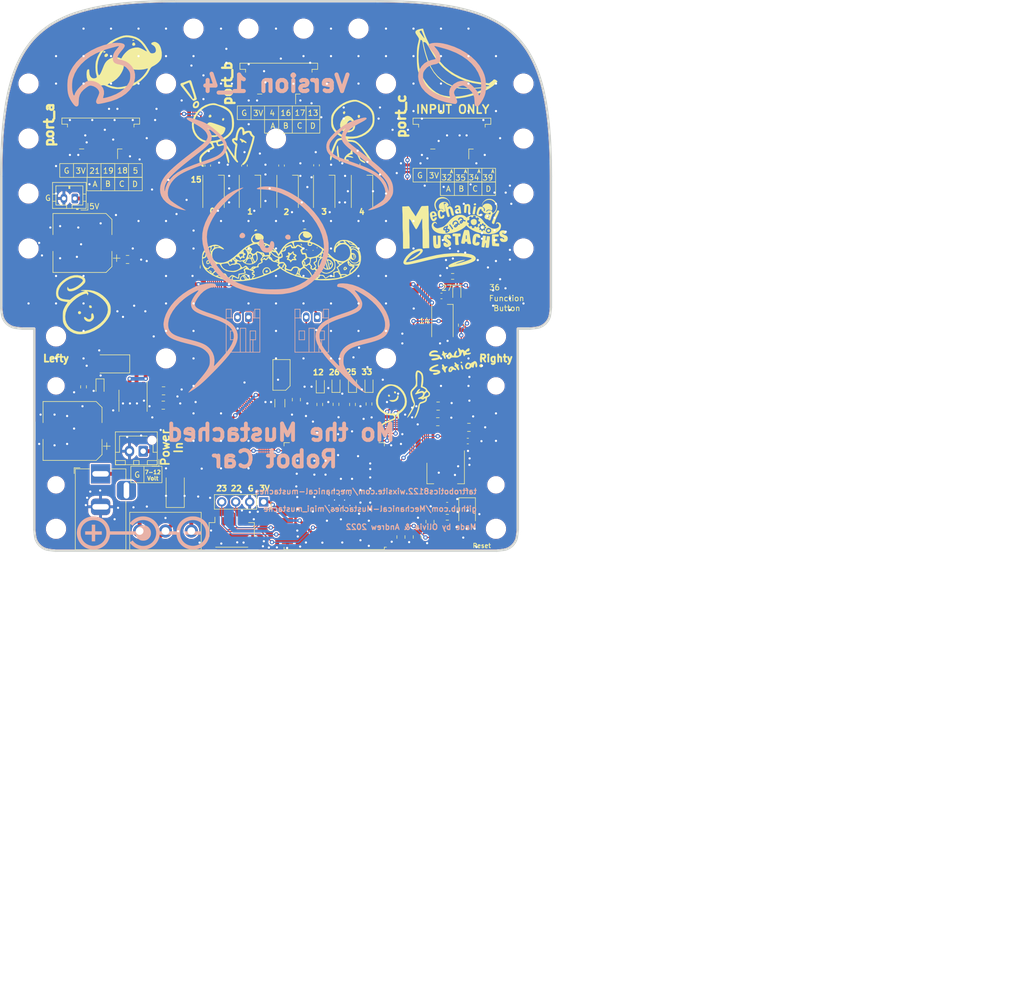
<source format=kicad_pcb>
(kicad_pcb (version 20211014) (generator pcbnew)
  (title_block (date "2021-06-25") (rev "1.0P") (company "EVEZOR"))
  (layers (0 "F.Cu" signal) (31 "B.Cu" signal) (34 "B.Paste" user) (35 "F.Paste" user) (36 "B.SilkS" user "B.Silkscreen") (37 "F.SilkS" user "F.Silkscreen") (38 "B.Mask" user) (39 "F.Mask" user) (44 "Edge.Cuts" user))
  (net 0 "")
  (net 1 "Net-(D1-Pad1)")
  (net 2 "GND")
  (net 3 "/LCD_SCL")
  (net 4 "/LCD_SDA")
  (net 5 "+3V3")
  (net 6 "Net-(D3-Pad1)")
  (net 7 "/RESET")
  (net 8 "/NEO_STATUS")
  (net 9 "/VREG_OUT")
  (net 10 "/FUNCTION_BUTTON")
  (net 11 "/HBT_LED")
  (net 13 "VBUS")
  (net 14 "/NEO_BAR")
  (net 15 "/TXDO")
  (net 16 "/RXD0")
  (net 17 "Net-(D4-Pad1)")
  (net 18 "Net-(D5-Pad1)")
  (net 19 "/BOOT")
  (net 20 "Net-(D10-Pad3)")
  (net 21 "Net-(D10-Pad1)")
  (net 23 "Net-(J8-Pad1)")
  (net 24 "Net-(J8-Pad2)")
  (net 27 "Net-(D8-Pad1)")
  (net 29 "/IO13")
  (net 30 "/IO17")
  (net 31 "/IO16")
  (net 33 "/IO4")
  (net 36 "Net-(J4-Pad1)")
  (net 37 "/IO39")
  (net 38 "Net-(D12-Pad1)")
  (net 39 "Net-(D13-Pad1)")
  (net 40 "Net-(D14-Pad1)")
  (net 41 "Net-(D15-Pad1)")
  (net 43 "/MOTOR_R_2")
  (net 44 "/MOTOR_R_1")
  (net 45 "/MOTOR_L_1")
  (net 46 "/MOTOR_L_2")
  (net 47 "Net-(J16-Pad1)")
  (net 48 "Net-(J16-Pad2)")
  (net 50 "/IO34")
  (net 51 "/IO35")
  (net 52 "/IO32")
  (net 53 "/IO5")
  (net 54 "/IO18")
  (net 55 "/IO19")
  (net 56 "/IO21")
  (net 57 "Net-(J9-Pad1)")
  (footprint "MountingHole:MountingHole_3.2mm_M3_ISO14580" (layer "F.Cu") (at 110 146)
    (fp_text reference "H14")
    (fp_text value "MountingHole")
  )
  (footprint "Resistor_SMD:R_0603_1608Metric" (layer "F.Cu") (at 115 120.175 90)
    (fp_text reference "R7" hide)
    (fp_text value "82k")
  )
  (footprint "MountingHole:MountingHole_3.2mm_M3_ISO14580" (layer "F.Cu") (at 195 65)
    (fp_text reference "H25")
    (fp_text value "MountingHole")
  )
  (footprint "MountingHole:MountingHole_2.7mm_M2.5_ISO14580" (layer "F.Cu") (at 110 138)
    (fp_text reference "H24" hide)
    (fp_text value "MountingHole")
  )
  (footprint "MountingHole:MountingHole_3.2mm_M3_ISO14580" (layer "F.Cu") (at 130 115)
    (fp_text reference "H1")
    (fp_text value "MountingHole")
  )
  (footprint "Capacitor_SMD:C_0603_1608Metric" (layer "F.Cu") (at 157.364648 79.864648 -90)
    (fp_text reference "C21" hide)
    (fp_text value ".1uF")
  )
  (footprint "Capacitor_SMD:C_0805_2012Metric" (layer "F.Cu") (at 129.5475 120.895)
    (fp_text reference "C17" hide)
    (fp_text value ".1uF 100V")
  )
  (footprint "LED_SMD:LED_0603_1608Metric" (layer "F.Cu") (at 163.91 119.701 90)
    (fp_text reference "D14" hide)
    (fp_text value "LED")
  )
  (footprint "Capacitor_SMD:C_0805_2012Metric" (layer "F.Cu") (at 123 97)
    (fp_text reference "C4" hide)
    (fp_text value "4.7uF 100V")
  )
  (footprint "Resistor_SMD:R_0603_1608Metric" (layer "F.Cu") (at 163.91 123.3765 90)
    (fp_text reference "R9" hide)
    (fp_text value "10k")
  )
  (footprint "Symbol:Mustache20mm" (layer "F.Cu") (at 182.466035 91.011913)
    (fp_text reference "G***" hide)
    (fp_text value "LOGO" hide)
  )
  (footprint "MountingHole:MountingHole_3.2mm_M3_ISO14580" (layer "F.Cu") (at 170 65)
    (fp_text reference "H3")
    (fp_text value "MountingHole")
  )
  (footprint "LED_SMD:LED_0603_1608Metric" (layer "F.Cu") (at 118 120.2125 -90)
    (fp_text reference "D8" hide)
    (fp_text value "LED")
  )
  (footprint "Capacitor_SMD:C_0805_2012Metric" (layer "F.Cu") (at 185.08 127.55)
    (fp_text reference "C13" hide)
    (fp_text value "22uF")
  )
  (footprint "MountingHole:MountingHole_2.7mm_M2.5_ISO14580" (layer "F.Cu") (at 110 120)
    (fp_text reference "H21" hide)
    (fp_text value "MountingHole")
  )
  (footprint "MountingHole:MountingHole_3.2mm_M3_ISO14580" (layer "F.Cu") (at 170 95)
    (fp_text reference "H9")
    (fp_text value "MountingHole")
  )
  (footprint "MountingHole:MountingHole_3.2mm_M3_ISO14580" (layer "F.Cu") (at 150 75)
    (fp_text reference "H4")
    (fp_text value "MountingHole")
  )
  (footprint "LED_SMD:LED_SK6812MINI_PLCC4_3.5x3.5mm_P1.75mm" (layer "F.Cu") (at 158.764648 84.614648 90)
    (fp_text reference "D10")
    (fp_text value "SK6812MINI")
  )
  (footprint "Capacitor_SMD:C_0603_1608Metric" (layer "F.Cu") (at 184.88 130.03 180)
    (fp_text reference "C12" hide)
    (fp_text value ".1uF")
  )
  (footprint "LED_SMD:LED_SK6812MINI_PLCC4_3.5x3.5mm_P1.75mm" (layer "F.Cu") (at 180.264 108.123 90)
    (fp_text reference "D6")
    (fp_text value "SK6812MINI")
  )
  (footprint "Capacitor_SMD:CP_Elec_10x10.5" (layer "F.Cu") (at 114.8 94 180)
    (fp_text reference "C3" hide)
    (fp_text value "220uF")
  )
  (footprint "Button_Switch_SMD:SWITCH_2x3_SMD_TACTILE_GREEN" (layer "F.Cu") (at 186.45 102.98 90)
    (fp_text reference "SW1")
    (fp_text value "SW_Push")
  )
  (footprint "MountingHole:MountingHole_2.7mm_M2.5_ISO14580" (layer "F.Cu") (at 190 138)
    (fp_text reference "H23" hide)
    (fp_text value "MountingHole")
  )
  (footprint "MountingHole:MountingHole_3.2mm_M3_ISO14580" (layer "F.Cu") (at 165 55)
    (fp_text reference "H2")
    (fp_text value "MountingHole")
  )
  (footprint "MountingHole:MountingHole_3.2mm_M3_ISO14580" (layer "F.Cu") (at 105 95)
    (fp_text reference "H17")
    (fp_text value "MountingHole")
  )
  (footprint "LED_SMD:LED_0603_1608Metric" (layer "F.Cu") (at 160.91 119.701 90)
    (fp_text reference "D13" hide)
    (fp_text value "LED")
  )
  (footprint "Diode_SMD:D_SMA" (layer "F.Cu") (at 120 116 180)
    (fp_text reference "D1" hide)
    (fp_text value "SX35_SCHOTTKY")
  )
  (footprint "Resistor_SMD:R_0603_1608Metric" (layer "F.Cu") (at 182.118 100.076)
    (fp_text reference "R5" hide)
    (fp_text value "10k")
  )
  (footprint "MountingHole:MountingHole_3.2mm_M3_ISO14580" (layer "F.Cu") (at 170 115)
    (fp_text reference "H6")
    (fp_text value "MountingHole")
  )
  (footprint "MountingHole:MountingHole_3.2mm_M3_ISO14580" (layer "F.Cu") (at 130 95)
    (fp_text reference "H7")
    (fp_text value "MountingHole")
  )
  (footprint "LED_SMD:LED_SK6812MINI_PLCC4_3.5x3.5mm_P1.75mm" (layer "F.Cu") (at 152.104648 84.614648 90)
    (fp_text reference "D9")
    (fp_text value "SK6812MINI")
  )
  (footprint "Connector_JST:JST_PH_B2B-PH-K_1x02_P2.00mm_Vertical" (layer "F.Cu") (at 113.425 85.9 180)
    (fp_text reference "J7" hide)
    (fp_text value "Conn_01x02_MountingPin")
  )
  (footprint "MountingHole:MountingHole_3.2mm_M3_ISO14580" (layer "F.Cu") (at 195 75)
    (fp_text reference "H18")
    (fp_text value "MountingHole")
  )
  (footprint "LED_SMD:LED_0603_1608Metric" (layer "F.Cu") (at 158.052 119.794 90)
    (fp_text reference "D12" hide)
    (fp_text value "LED")
  )
  (footprint "MountingHole:MountingHole_3.2mm_M3_ISO14580" (layer "F.Cu") (at 110 111)
    (fp_text reference "H29")
    (fp_text value "MountingHole")
  )
  (footprint "RF_Module:ESP32-WROOM-32U_evezor" (layer "F.Cu") (at 160.58 140.04 180)
    (fp_text reference "U3")
    (fp_text value "ESP32-WROOM-32U")
  )
  (footprint "Connector_JST:JST_XH_B2B-XH-AM_1x02_P2.50mm_Vertical" (layer "F.Cu") (at 125.85 131.875 180)
    (fp_text reference "J9" hide)
    (fp_text value "Conn_01x02_MountingPin")
  )
  (footprint "Connector_FFC-FPC:TE_84952-6_1x06-1MP_P1.0mm_Horizontal" (layer "F.Cu") (at 150.51 66 180)
    (fp_text reference "J3" hide)
    (fp_text value "Conn_01x06_MountingPin")
  )
  (footprint "MountingHole:MountingHole_3.2mm_M3_ISO14580" (layer "F.Cu") (at 170 77)
    (fp_text reference "H26" hide)
    (fp_text value "MountingHole")
  )
  (footprint "LED_SMD:LED_SK6812MINI_PLCC4_3.5x3.5mm_P1.75mm" (layer "F.Cu") (at 165.639648 84.614648 90)
    (fp_text reference "D11")
    (fp_text value "SK6812MINI")
  )
  (footprint "Package_TO_SOT_SMD:SOT-223-3_TabPin2" (layer "F.Cu") (at 180.848 135.89 -90)
    (fp_text reference "U2" hide)
    (fp_text value "AMS1117-3.3")
  )
  (footprint "LED_SMD:LED_SK6812MINI_PLCC4_3.5x3.5mm_P1.75mm" (layer "F.Cu") (at 145.264648 84.614648 90)
    (fp_text reference "D5")
    (fp_text value "SK6812MINI")
  )
  (footprint "Capacitor_SMD:C_0603_1608Metric" (layer "F.Cu") (at 144.264648 79.914648 -90)
    (fp_text reference "C8" hide)
    (fp_text value ".1uF")
  )
  (footprint "MountingHole:MountingHole_3.2mm_M3_ISO14580" (layer "F.Cu") (at 145 55)
    (fp_text reference "H16")
    (fp_text value "MountingHole")
  )
  (footprint "MountingHole:MountingHole_3.2mm_M3_ISO14580" (layer "F.Cu") (at 195 85)
    (fp_text reference "H20")
    (fp_text value "MountingHole")
  )
  (footprint "MountingHole:MountingHole_3.2mm_M3_ISO14580" (layer "F.Cu") (at 135 55)
    (fp_text reference "H8")
    (fp_text value "MountingHole")
  )
  (footprint "Resistor_SMD:R_0603_1608Metric" (layer "F.Cu") (at 160.91 123.3515 90)
    (fp_text reference "R8" hide)
    (fp_text value "10k")
  )
  (footprint "Capacitor_SMD:C_0805_2012Metric" (layer "F.Cu") (at 172.72 147.49 -90)
    (fp_text reference "C11" hide)
    (fp_text value "22uF")
  )
  (footprint "Symbol:Squiggly" (layer "F.Cu") (at 193.715956 57.183398)
    (fp_text reference "G***" hide)
    (fp_text value "LOGO" hide)
  )
  (footprint "Package_SO:SOIC-10_LV8548MC-AH_evezor" (layer "F.Cu") (at 151 118 90)
    (fp_text reference "U4")
    (fp_text value "MOTOR_DRIVER-LV8548MC-AH")
  )
  (footprint "Capacitor_Tantalum_SMD:CP_EIA-3528-21_Kemet-B" (layer "F.Cu") (at 184.75 142.8125 -90)
    (fp_text reference "C19" hide)
    (fp_text value "100uF")
  )
  (footprint "Symbol:Smiley" (layer "F.Cu") (at 150.552667 103.973728)
    (fp_text reference "G***" hide)
    (fp_text value "LOGO" hide)
  )
  (footprint "Capacitor_SMD:C_0805_2012Metric" (layer "F.Cu") (at 175.69 147.49 -90)
    (fp_text reference "C14" hide)
    (fp_text value "22uF")
  )
  (footprint "MountingHole:MountingHole_3.2mm_M3_ISO14580" (layer "F.Cu") (at 105 85)
    (fp_text reference "H5")
    (fp_text value "MountingHole")
  )
  (footprint "MountingHole:MountingHole_3.2mm_M3_ISO14580" (layer "F.Cu") (at 130 65)
    (fp_text reference "H11")
    (fp_text value "MountingHole")
  )
  (footprint "MountingHole:MountingHole_3.2mm_M3_ISO14580" (layer "F.Cu") (at 190 111)
    (fp_text reference "H28")
    (fp_text value "MountingHole")
  )
  (footprint "Capacitor_SMD:C_0805_2012Metric" (layer "F.Cu") (at 179.42 126.51)
    (fp_text reference "C16" hide)
    (fp_text value "22uF")
  )
  (footprint "Symbol:MustacheSS" (layer "F.Cu") (at 150.93 100.9)
    (fp_text reference "G***" hide)
    (fp_text value "LOGO" hide)
  )
  (footprint "Symbol:stache_station" (layer "F.Cu") (at 152.45 102.34)
    (fp_text reference "G***" hide)
    (fp_text value "LOGO" hide)
  )
  (footprint "Capacitor_SMD:CP_Elec_10x10.5" (layer "F.Cu") (at 113 128.2 180)
    (fp_text reference "C1" hide)
    (fp_text value "220uF")
  )
  (footprint "Connector_BarrelJack:BarrelJack_Horizontal" (layer "F.Cu") (at 118.1 136 90)
    (fp_text reference "J4" hide)
    (fp_text value "Barrel_Jack")
  )
  (footprint "Button_Switch_THT:SW_SLIDE_SS-12D10L9" (layer "F.Cu") (at 129.9 146.4 180)
    (fp_text reference "SW3" hide)
    (fp_text value "SW_SPDT")
  )
  (footprint "Capacitor_SMD:C_0603_1608Metric" (layer "F.Cu") (at 151.004648 79.914648 -90)
    (fp_text reference "C18" hide)
    (fp_text value ".1uF")
  )
  (footprint "Button_Switch_SMD:SWITCH_2x3_SMD_TACTILE_GREEN" (layer "F.Cu") (at 182.52 147.57)
    (fp_text reference "SW2")
    (fp_text value "SW_Push")
  )
  (footprint "Capacitor_SMD:C_0805_2012Metric" (layer "F.Cu") (at 129.5 123.5)
    (fp_text reference "C2" hide)
    (fp_text value "4.7uF 100V")
  )
  (footprint "MountingHole:MountingHole_3.2mm_M3_ISO14580" (layer "F.Cu") (at 105 65)
    (fp_text reference "H13")
    (fp_text value "MountingHole")
  )
  (footprint "Resistor_SMD:R_0603_1608Metric" (layer "F.Cu") (at 166.91 123.2915 90)
    (fp_text reference "R10" hide)
    (fp_text value "10k")
  )
  (footprint "Capacitor_SMD:C_1206_3216Metric" (layer "F.Cu") (at 150.7 123.145 -90)
    (fp_text reference "C6" hide)
    (fp_text value "10uF 50V")
  )
  (footprint "Inductor_SMD:INDUCTOR-68uH" (layer "F.Cu") (at 122 106.25 -90)
    (fp_text reference "L1")
    (fp_text value "68uF")
  )
  (footprint "Connector_JST:JST_SH_SM06B-SRSS-TB_1x06-1MP_P1.00mm_Horizontal" (layer "F.Cu") (at 141.95 146.65)
    (fp_text reference "J2" hide)
    (fp_text value "ftdi_conn")
  )
  (footprint "Connector_FFC-FPC:TE_84952-6_1x06-1MP_P1.0mm_Horizontal" (layer "F.Cu") (at 181.99 76 180)
    (fp_text reference "J1" hide)
    (fp_text value "Conn_01x06_MountingPin")
  )
  (footprint "MountingHole:MountingHole_3.2mm_M3_ISO14580" (layer "F.Cu") (at 155 55)
    (fp_text reference "H10")
    (fp_text value "MountingHole")
  )
  (footprint "Connector_FFC-FPC:TE_84952-6_1x06-1MP_P1.0mm_Horizontal" (layer "F.Cu") (at 118.13 75.98 180)
    (fp_text reference "J6" hide)
    (fp_text value "Conn_01x06_MountingPin")
  )
  (footprint "Resistor_SMD:R_0603_1608Metric" (layer "F.Cu") (at 183.69 108.95 90)
    (fp_text reference "R3" hide)
    (fp_text value "10k")
  )
  (footprint "MountingHole:MountingHole_3.2mm_M3_ISO14580" (layer "F.Cu") (at 190 146)
    (fp_text reference "H19")
    (fp_text value "MountingHole")
  )
  (footprint "Capacitor_SMD:C_0805_2012Metric" (layer "F.Cu") (at 153.7 122.5 -90)
    (fp_text reference "C5" hide)
    (fp_text value ".1uF 100V")
  )
  (footprint "Capacitor_SMD:C_0603_1608Metric" (layer "F.Cu") (at 180.086 103.632)
    (fp_text reference "C10" hide)
    (fp_text value ".1uF")
  )
  (footprint "MountingHole:MountingHole_3.2mm_M3_ISO14580" (layer "F.Cu") (at 130 77)
    (fp_text reference "H27" hide)
    (fp_text value "MountingHole")
  )
  (footprint "LED_SMD:LED_0603_1608Metric" (layer "F.Cu") (at 182.88 103.124 -90)
    (fp_text reference "D3" hide)
    (fp_text value "LED")
  )
  (footprint "Connector_PinSocket_2.54mm:PinSocket_1x04_P2.54mm_Vertical" (layer "F.Cu") (at 147.75 141.1 -90)
    (fp_text reference "J5" hide)
    (fp_text value "Conn_01x04")
  )
  (footprint "Resistor_SMD:R_0603_1608Metric" (layer "F.Cu") (at 181.15 143.9 180)
    (fp_text reference "R6" hide)
    (fp_text value "10k")
  )
  (footprint "LED_SMD:LED_0603_1608Metric" (layer "F.Cu") (at 166.91 119.701 90)
    (fp_text reference "D15" hide)
    (fp_text value "LED")
  )
  (footprint "Capacitor_SMD:C_0603_1608Metric" (layer "F.Cu") (at 164.76 79.7 -90)
    (fp_text reference "C22" hide)
    (fp_text value ".1uF")
  )
  (footprint "Capacitor_SMD:C_0603_1608Metric" (layer "F.Cu") (at 137.589648 79.914648 90)
    (fp_text reference "C14" hide)
    (fp_text value ".1uF")
  )
  (footprint "MountingHole:MountingHole_3.2mm_M3_ISO14580" (layer "F.Cu") (at 105 75)
    (fp_text reference "H12")
    (fp_text value "MountingHole")
  )
  (footprint "Capacitor_SMD:C_0603_1608Metric" (layer "F.Cu") (at 181.125 141.7 180)
    (fp_text reference "C9" hide)
    (fp_text value ".1uF")
  )
  (footprint "Resistor_SMD:R_0603_1608Metric" (layer "F.Cu") (at 157.962 123.3765 90)
    (fp_text reference "R4" hide)
    (fp_text value "10k")
  )
  (footprint "MountingHole:MountingHole_2.7mm_M2.5_ISO14580" (layer "F.Cu") (at 190 120)
    (fp_text reference "H22" hide)
    (fp_text value "MountingHole")
  )
  (footprint "Package_SO:SOIC-8_3.9x4.9mm_P1.27mm" (layer "F.Cu") (at 124 122.7 -90)
    (fp_text reference "U1" hide)
    (fp_text value "XL1509")
  )
  (footprint "LED_SMD:LED_SK6812MINI_PLCC4_3.5x3.5mm_P1.75mm" (layer "F.Cu") (at 138.639648 84.614648 90)
    (fp_text reference "D4")
    (fp_text value "SK6812MINI")
  )
  (footprint "Capacitor_SMD:C_0805_2012Metric" (layer "F.Cu") (at 178 144.69 90)
    (fp_text reference "C7" hide)
    (fp_text value "22uF")
  )
  (footprint "Diode_SMD:D_SMA" (layer "F.Cu") (at 131.67 138.72 90)
    (fp_text reference "D2" hide)
    (fp_text value "SX35_SCHOTTKY")
  )
  (footprint "MountingHole:MountingHole_3.2mm_M3_ISO14580" (layer "F.Cu") (at 195 95)
    (fp_text reference "H15")
    (fp_text value "MountingHole")
  )
  (footprint "Capacitor_SMD:C_0805_2012Metric" (layer "F.Cu") (at 179.48 123.67)
    (fp_text reference "C15" hide)
    (fp_text value "22uF")
  )
  (footprint "Drawing:backside" (layer "B.Cu") (at 150.791333 102.357578 180)
    (fp_text reference "G***" hide)
    (fp_text value "LOGO" hide)
  )
  (footprint "Connector_JST:JST_PH_S2B-PH-K_1x02_P2.00mm_Horizontal" (layer "B.Cu") (at 145 107.5 180)
    (fp_text reference "J8" hide)
    (fp_text value "Conn_01x02_MountingPin")
  )
  (footprint "Connector_JST:JST_PH_S2B-PH-K_1x02_P2.00mm_Horizontal" (layer "B.Cu") (at 157.5 107.5 180)
    (fp_text reference "J16" hide)
    (fp_text value "Conn_01x02_MountingPin")
  )
  (footprint "Symbol:Polarity_Center_Positive_6mm_SilkScreen" (layer "B.Cu") (at 125.86 146.76 180)
    (fp_text reference "REF**" hide)
    (fp_text value "Polarity_Center_Positive_6mm_SilkScreen" hide)
  )
  (gr_rect (start 189.925 82.905) (end 174.925 80.405) (layer "F.SilkS") (width 0.12) (fill none))
  (gr_line (start 182.44 82.85) (end 182.44 85.35) (layer "F.SilkS") (width 0.12))
  (gr_line (start 120.675 79.555) (end 118.175 79.555) (layer "F.SilkS") (width 0.12))
  (gr_line (start 179.925 82.905) (end 179.925 80.405) (layer "F.SilkS") (width 0.12))
  (gr_line (start 184.925 80.405) (end 182.425 80.405) (layer "F.SilkS") (width 0.12))
  (gr_line (start 120.67 84.49) (end 120.67 81.99) (layer "F.SilkS") (width 0.12))
  (gr_line (start 150.46 71.56) (end 150.46 69.06) (layer "F.SilkS") (width 0.12))
  (gr_line (start 150.49 71.51) (end 150.49 74.01) (layer "F.SilkS") (width 0.12))
  (gr_line (start 123.175 79.555) (end 123.175 82.055) (layer "F.SilkS") (width 0.12))
  (gr_line (start 177.425 80.405) (end 177.425 82.905) (layer "F.SilkS") (width 0.12))
  (gr_rect (start 125.68 84.49) (end 115.64 82.03) (layer "F.SilkS") (width 0.12) (fill none))
  (gr_line (start 187.44 85.36) (end 187.44 82.86) (layer "F.SilkS") (width 0.12))
  (gr_line (start 155.47 73.99) (end 155.47 71.49) (layer "F.SilkS") (width 0.12))
  (gr_line (start 184.92 85.36) (end 184.92 82.86) (layer "F.SilkS") (width 0.12))
  (gr_line (start 118.19 81.98) (end 118.19 84.48) (layer "F.SilkS") (width 0.12))
  (gr_line (start 187.425 80.405) (end 187.425 82.905) (layer "F.SilkS") (width 0.12))
  (gr_rect (start 125.675 82.055) (end 110.675 79.555) (layer "F.SilkS") (width 0.12) (fill none))
  (gr_line (start 145.46 69.06) (end 145.46 71.56) (layer "F.SilkS") (width 0.12))
  (gr_rect (start 157.96 71.56) (end 142.96 69.06) (layer "F.SilkS") (width 0.12) (fill none))
  (gr_line (start 118.175 82.055) (end 118.175 79.555) (layer "F.SilkS") (width 0.12))
  (gr_line (start 115.675 79.555) (end 113.175 79.555) (layer "F.SilkS") (width 0.12))
  (gr_line (start 187.425 82.905) (end 184.925 82.905) (layer "F.SilkS") (width 0.12))
  (gr_line (start 152.96 71.56) (end 152.96 69.06) (layer "F.SilkS") (width 0.12))
  (gr_line (start 120.675 82.055) (end 120.675 79.555) (layer "F.SilkS") (width 0.12))
  (gr_line (start 125.98 137.62) (end 125.985 134.65) (layer "F.SilkS") (width 0.12))
  (gr_line (start 115.675 82.055) (end 115.675 79.555) (layer "F.SilkS") (width 0.12))
  (gr_line (start 113.175 79.555) (end 113.175 82.055) (layer "F.SilkS") (width 0.12))
  (gr_rect (start 189.93 85.36) (end 179.89 82.9) (layer "F.SilkS") (width 0.12) (fill none))
  (gr_rect (start 129.26 137.61) (end 123.6 134.62) (layer "F.SilkS") (width 0.12) (fill none))
  (gr_line (start 123.19 84.49) (end 123.19 81.99) (layer "F.SilkS") (width 0.12))
  (gr_rect (start 157.96 74.02) (end 147.92 71.56) (layer "F.SilkS") (width 0.12) (fill none))
  (gr_line (start 179.925 80.405) (end 177.425 80.405) (layer "F.SilkS") (width 0.12))
  (gr_line (start 155.46 69.06) (end 155.46 71.56) (layer "F.SilkS") (width 0.12))
  (gr_line (start 182.425 82.905) (end 182.425 80.405) (layer "F.SilkS") (width 0.12))
  (gr_line (start 123.175 82.055) (end 120.675 82.055) (layer "F.SilkS") (width 0.12))
  (gr_line (start 147.92 71.56) (end 147.92 69.06) (layer "F.SilkS") (width 0.12))
  (gr_line (start 152.96 73.98) (end 152.96 71.48) (layer "F.SilkS") (width 0.12))
  (gr_line (start 184.925 82.905) (end 184.925 80.405) (layer "F.SilkS") (width 0.12))
  (gr_curve (pts (xy 191.814848 149.748579) (xy 192.093727 149.671161) (xy 192.285047 149.56941) (xy 192.478757 149.446802)) (layer "Edge.Cuts") (width 0.4))
  (gr_curve (pts (xy 131.896933 49.99) (xy 131.019282 49.994883) (xy 130.141631 49.999765) (xy 129.280261 50.016183)) (layer "Edge.Cuts") (width 0.4))
  (gr_curve (pts (xy 199.044315 108.624197) (xy 199.208918 108.459594) (xy 199.347701 108.269169) (xy 199.466802 108.080999)) (layer "Edge.Cuts") (width 0.4))
  (gr_curve (pts (xy 100.423947 72.35928) (xy 100.268125 73.851083) (xy 100.172244 75.294645) (xy 100.113487 76.82093)) (layer "Edge.Cuts") (width 0.4))
  (gr_curve (pts (xy 195.652875 58.868607) (xy 194.990409 57.851995) (xy 194.219968 56.962892) (xy 193.601816 56.336678)) (layer "Edge.Cuts") (width 0.4))
  (gr_curve (pts (xy 198.710668 66.630529) (xy 198.584025 66.060379) (xy 198.447471 65.506777) (xy 198.291745 64.952016)) (layer "Edge.Cuts") (width 0.4))
  (gr_curve (pts (xy 102.187067 63.457678) (xy 102.01869 63.95679) (xy 101.858462 64.476885) (xy 101.710232 65.017099)) (layer "Edge.Cuts") (width 0.4))
  (gr_curve (pts (xy 197.267397 61.95148) (xy 196.906802 61.106014) (xy 196.337497 59.91922) (xy 195.652875 58.868607)) (layer "Edge.Cuts") (width 0.4))
  (gr_curve (pts (xy 199.983817 79.260261) (xy 199.967874 78.423764) (xy 199.941053 77.602621) (xy 199.905269 76.793654)) (layer "Edge.Cuts") (width 0.4))
  (gr_line (start 193.987641 109.589883) (end 193.987641 146.127258) (layer "Edge.Cuts") (width 0.4))
  (gr_curve (pts (xy 103.471507 60.406178) (xy 103.200701 60.931659) (xy 102.944353 61.489378) (xy 102.72551 62.016937)) (layer "Edge.Cuts") (width 0.4))
  (gr_curve (pts (xy 113.412333 52.189345) (xy 112.945246 52.345223) (xy 112.533879 52.492738) (xy 111.97148 52.732603)) (layer "Edge.Cuts") (width 0.4))
  (gr_line (start 168.123067 49.99) (end 131.896933 49.99) (layer "Edge.Cuts") (width 0.4))
  (gr_line (start 193.987641 109.589883) (end 196.147258 109.589883) (layer "Edge.Cuts") (width 0.4))
  (gr_curve (pts (xy 177.64072 50.403947) (xy 176.148917 50.248125) (xy 174.705355 50.152244) (xy 173.17907 50.093487)) (layer "Edge.Cuts") (width 0.4))
  (gr_curve (pts (xy 100.94138 68.491982) (xy 100.767323 69.530436) (xy 100.569489 70.9659) (xy 100.423947 72.35928)) (layer "Edge.Cuts") (width 0.4))
  (gr_curve (pts (xy 183.3048 51.275003) (xy 182.744541 51.148707) (xy 182.219446 51.040624) (xy 181.508018 50.92138)) (layer "Edge.Cuts") (width 0.4))
  (gr_curve (pts (xy 114.972016 51.708255) (xy 114.433164 51.859515) (xy 113.893219 52.028862) (xy 113.412333 52.189345)) (layer "Edge.Cuts") (width 0.4))
  (gr_curve (pts (xy 197.837208 109.348461) (xy 198.116086 109.271044) (xy 198.307407 109.169293) (xy 198.501117 109.046685)) (layer "Edge.Cuts") (width 0.4))
  (gr_curve (pts (xy 100.01 105.727141) (xy 100.071487 106.358777) (xy 100.132974 106.990413) (xy 100.251421 107.41709)) (layer "Edge.Cuts") (width 0.4))
  (gr_curve (pts (xy 124.497111 50.225644) (xy 123.762199 50.277039) (xy 123.040182 50.337775) (xy 122.330634 50.408923)) (layer "Edge.Cuts") (width 0.4))
  (gr_curve (pts (xy 192.478757 149.446802) (xy 192.666927 149.327701) (xy 192.857352 149.188918) (xy 193.021955 149.024315)) (layer "Edge.Cuts") (width 0.4))
  (gr_curve (pts (xy 199.466802 108.080999) (xy 199.58941 107.887289) (xy 199.691161 107.695969) (xy 199.768579 107.41709)) (layer "Edge.Cuts") (width 0.4))
  (gr_curve (pts (xy 100.553198 108.080999) (xy 100.672299 108.269169) (xy 100.811082 108.459594) (xy 100.975685 108.624197)) (layer "Edge.Cuts") (width 0.4))
  (gr_curve (pts (xy 101.710232 65.017099) (xy 101.557612 65.573312) (xy 101.417711 66.150853) (xy 101.295003 66.6952)) (layer "Edge.Cuts") (width 0.4))
  (gr_curve (pts (xy 118.447873 50.932577) (xy 117.841623 51.039157) (xy 117.237312 51.158995) (xy 116.650529 51.289332)) (layer "Edge.Cuts") (width 0.4))
  (gr_curve (pts (xy 200.01 81.876933) (xy 200.005117 80.999282) (xy 200.000235 80.121631) (xy 199.983817 79.260261)) (layer "Edge.Cuts") (width 0.4))
  (gr_curve (pts (xy 196.147258 109.589883) (xy 196.778894 109.528395) (xy 197.410531 109.466908) (xy 197.837208 109.348461)) (layer "Edge.Cuts") (width 0.4))
  (gr_curve (pts (xy 122.330634 50.408923) (xy 121.644999 50.477674) (xy 120.971008 50.556147) (xy 120.314221 50.644568)) (layer "Edge.Cuts") (width 0.4))
  (gr_curve (pts (xy 129.280261 50.016183) (xy 128.443764 50.032126) (xy 127.622621 50.058947) (xy 126.813654 50.094731)) (layer "Edge.Cuts") (width 0.4))
  (gr_line (start 200.01 105.727141) (end 200.01 81.876933) (layer "Edge.Cuts") (width 0.4))
  (gr_curve (pts (xy 197.810655 63.392333) (xy 197.654777 62.925246) (xy 197.507262 62.513879) (xy 197.267397 61.95148)) (layer "Edge.Cuts") (width 0.4))
  (gr_curve (pts (xy 107.541243 149.446802) (xy 107.734953 149.56941) (xy 107.926273 149.671161) (xy 108.205152 149.748579)) (layer "Edge.Cuts") (width 0.4))
  (gr_curve (pts (xy 199.067423 68.427873) (xy 198.960843 67.821623) (xy 198.841005 67.217312) (xy 198.710668 66.630529)) (layer "Edge.Cuts") (width 0.4))
  (gr_curve (pts (xy 199.768579 107.41709) (xy 199.887026 106.990413) (xy 199.948513 106.358777) (xy 200.01 105.727141)) (layer "Edge.Cuts") (width 0.4))
  (gr_curve (pts (xy 199.905269 76.793654) (xy 199.870572 76.009254) (xy 199.827448 75.236302) (xy 199.774356 74.477111)) (layer "Edge.Cuts") (width 0.4))
  (gr_curve (pts (xy 190.124899 149.99) (xy 190.756535 149.928513) (xy 191.388171 149.867026) (xy 191.814848 149.748579)) (layer "Edge.Cuts") (width 0.4))
  (gr_curve (pts (xy 193.444443 148.481117) (xy 193.567051 148.287407) (xy 193.668802 148.096086) (xy 193.746219 147.817208)) (layer "Edge.Cuts") (width 0.4))
  (gr_curve (pts (xy 102.182792 109.348461) (xy 102.609469 109.466908) (xy 103.241106 109.528395) (xy 103.872742 109.589883)) (layer "Edge.Cuts") (width 0.4))
  (gr_curve (pts (xy 106.998045 149.024315) (xy 107.162648 149.188918) (xy 107.353073 149.327701) (xy 107.541243 149.446802)) (layer "Edge.Cuts") (width 0.4))
  (gr_curve (pts (xy 187.983063 52.70551) (xy 187.491991 52.501803) (xy 187.027052 52.330592) (xy 186.542322 52.167067)) (layer "Edge.Cuts") (width 0.4))
  (gr_curve (pts (xy 184.982901 51.690232) (xy 184.426688 51.537612) (xy 183.849147 51.397711) (xy 183.3048 51.275003)) (layer "Edge.Cuts") (width 0.4))
  (gr_curve (pts (xy 199.774356 74.477111) (xy 199.722961 73.742199) (xy 199.662225 73.020182) (xy 199.591077 72.310634)) (layer "Edge.Cuts") (width 0.4))
  (gr_curve (pts (xy 108.888607 54.347125) (xy 107.871995 55.009591) (xy 106.982892 55.780032) (xy 106.356678 56.398184)) (layer "Edge.Cuts") (width 0.4))
  (gr_curve (pts (xy 193.601816 56.336678) (xy 193.167781 55.896983) (xy 192.808826 55.586895) (xy 192.403199 55.267091)) (layer "Edge.Cuts") (width 0.4))
  (gr_curve (pts (xy 116.650529 51.289332) (xy 116.080379 51.415975) (xy 115.526777 51.552529) (xy 114.972016 51.708255)) (layer "Edge.Cuts") (width 0.4))
  (gr_curve (pts (xy 193.746219 147.817208) (xy 193.864666 147.390531) (xy 193.926153 146.758894) (xy 193.987641 146.127258)) (layer "Edge.Cuts") (width 0.4))
  (gr_curve (pts (xy 102.72551 62.016937) (xy 102.521803 62.508009) (xy 102.350592 62.972948) (xy 102.187067 63.457678)) (layer "Edge.Cuts") (width 0.4))
  (gr_curve (pts (xy 106.575557 148.481117) (xy 106.694659 148.669286) (xy 106.833441 148.859711) (xy 106.998045 149.024315)) (layer "Edge.Cuts") (width 0.4))
  (gr_curve (pts (xy 198.501117 109.046685) (xy 198.689286 108.927583) (xy 198.879711 108.788801) (xy 199.044315 108.624197)) (layer "Edge.Cuts") (width 0.4))
  (gr_curve (pts (xy 105.287091 57.596801) (xy 104.96336 58.007409) (xy 104.629672 58.465843) (xy 104.325367 58.932799)) (layer "Edge.Cuts") (width 0.4))
  (gr_curve (pts (xy 192.403199 55.267091) (xy 191.992591 54.94336) (xy 191.534157 54.609672) (xy 191.067201 54.305367)) (layer "Edge.Cuts") (width 0.4))
  (gr_curve (pts (xy 106.356678 56.398184) (xy 105.916983 56.832219) (xy 105.606895 57.191174) (xy 105.287091 57.596801)) (layer "Edge.Cuts") (width 0.4))
  (gr_line (start 106.032359 109.589883) (end 103.872742 109.589883) (layer "Edge.Cuts") (width 0.4))
  (gr_curve (pts (xy 199.355432 70.294221) (xy 199.270153 69.660769) (xy 199.17562 69.043322) (xy 199.067423 68.427873)) (layer "Edge.Cuts") (width 0.4))
  (gr_curve (pts (xy 100.975685 108.624197) (xy 101.140289 108.788801) (xy 101.330714 108.927583) (xy 101.518883 109.046685)) (layer "Edge.Cuts") (width 0.4))
  (gr_curve (pts (xy 189.593822 53.451507) (xy 189.068341 53.180701) (xy 188.510622 52.924353) (xy 187.983063 52.70551)) (layer "Edge.Cuts") (width 0.4))
  (gr_curve (pts (xy 101.518883 109.046685) (xy 101.712593 109.169293) (xy 101.903914 109.271044) (xy 102.182792 109.348461)) (layer "Edge.Cuts") (width 0.4))
  (gr_curve (pts (xy 101.295003 66.6952) (xy 101.168707 67.255459) (xy 101.060624 67.780554) (xy 100.94138 68.491982)) (layer "Edge.Cuts") (width 0.4))
  (gr_curve (pts (xy 191.067201 54.305367) (xy 190.592261 53.99586) (xy 190.108505 53.716748) (xy 189.593822 53.451507)) (layer "Edge.Cuts") (width 0.4))
  (gr_curve (pts (xy 108.205152 149.748579) (xy 108.631829 149.867026) (xy 109.263465 149.928513) (xy 109.895101 149.99)) (layer "Edge.Cuts") (width 0.4))
  (gr_curve (pts (xy 126.813654 50.094731) (xy 126.029254 50.129428) (xy 125.256302 50.172552) (xy 124.497111 50.225644)) (layer "Edge.Cuts") (width 0.4))
  (gr_curve (pts (xy 181.508018 50.92138) (xy 180.469564 50.747323) (xy 179.0341 50.549489) (xy 177.64072 50.403947)) (layer "Edge.Cuts") (width 0.4))
  (gr_curve (pts (xy 173.17907 50.093487) (xy 171.556092 50.031007) (xy 169.83958 50.010504) (xy 168.123067 49.99)) (layer "Edge.Cuts") (width 0.4))
  (gr_curve (pts (xy 120.314221 50.644568) (xy 119.680769 50.729847) (xy 119.063322 50.82438) (xy 118.447873 50.932577)) (layer "Edge.Cuts") (width 0.4))
  (gr_curve (pts (xy 100.251421 107.41709) (xy 100.328839 107.695969) (xy 100.43059 107.887289) (xy 100.553198 108.080999)) (layer "Edge.Cuts") (width 0.4))
  (gr_curve (pts (xy 106.273781 147.817208) (xy 106.351198 148.096086) (xy 106.452949 148.287407) (xy 106.575557 148.481117)) (layer "Edge.Cuts") (width 0.4))
  (gr_curve (pts (xy 100.113487 76.82093) (xy 100.051007 78.443908) (xy 100.030504 80.16042) (xy 100.01 81.876933)) (layer "Edge.Cuts") (width 0.4))
  (gr_curve (pts (xy 106.032359 146.127258) (xy 106.093847 146.758894) (xy 106.155334 147.390531) (xy 106.273781 147.817208)) (layer "Edge.Cuts") (width 0.4))
  (gr_curve (pts (xy 199.591077 72.310634) (xy 199.522326 71.624999) (xy 199.443853 70.951008) (xy 199.355432 70.294221)) (layer "Edge.Cuts") (width 0.4))
  (gr_curve (pts (xy 193.021955 149.024315) (xy 193.186559 148.859711) (xy 193.325341 148.669286) (xy 193.444443 148.481117)) (layer "Edge.Cuts") (width 0.4))
  (gr_curve (pts (xy 111.97148 52.732603) (xy 111.126014 53.093198) (xy 109.93922 53.662503) (xy 108.888607 54.347125)) (layer "Edge.Cuts") (width 0.4))
  (gr_line (start 100.01 105.727141) (end 100.01 81.876933) (layer "Edge.Cuts") (width 0.4))
  (gr_curve (pts (xy 186.542322 52.167067) (xy 186.04321 51.99869) (xy 185.523115 51.838462) (xy 184.982901 51.690232)) (layer "Edge.Cuts") (width 0.4))
  (gr_line (start 190.124899 149.99) (end 109.895101 149.99) (layer "Edge.Cuts") (width 0.4))
  (gr_curve (pts (xy 104.325367 58.932799) (xy 104.01586 59.407739) (xy 103.736748 59.891495) (xy 103.471507 60.406178)) (layer "Edge.Cuts") (width 0.4))
  (gr_line (start 106.032359 146.127258) (end 106.032359 109.589883) (layer "Edge.Cuts") (width 0.4))
  (gr_curve (pts (xy 198.291745 64.952016) (xy 198.140485 64.413164) (xy 197.971138 63.873219) (xy 197.810655 63.392333)) (layer "Edge.Cuts") (width 0.4))
  (gr_text "Version 1_4" (at 150 65) (layer "B.SilkS") (effects (font (size 3 3) (thickness 0.75)) (justify mirror)))
  (gr_text "Mo the Mustached \nRobot Car" (at 149.74 130.9) (layer "B.SilkS") (effects (font (size 3 3) (thickness 0.7)) (justify mirror)))
  (gr_text "taftrobotics8122.wixsite.com/mechanical-mustaches" (at 166.33 139.2) (layer "B.SilkS") (effects (font (size 1 1) (thickness 0.2)) (justify mirror)))
  (gr_text "Made by Olivia & Andrew 2022" (at 174.56 145.67) (layer "B.SilkS") (effects (font (size 1 1) (thickness 0.2)) (justify mirror)))
  (gr_text "github.com/Mechanical-Mustaches/mini_mustache" (at 167.1 142.37) (layer "B.SilkS") (effects (font (size 1 1) (thickness 0.2)) (justify mirror)))
  (gr_text "B" (at 183.69 84.13) (layer "F.SilkS") (effects (font (size 1 1))))
  (gr_text "1" (at 145.275 88.28) (layer "F.SilkS") (effects (font (size 1 1) (thickness 0.25))))
  (gr_text "B" (at 119.44 83.26) (layer "F.SilkS") (effects (font (size 1 1))))
  (gr_text "port_b" (at 141.13 64.95 90) (layer "F.SilkS") (effects (font (size 1.7 1.7) (thickness 0.425))))
  (gr_text "3" (at 158.75 88.305) (layer "F.SilkS") (effects (font (size 1 1) (thickness 0.25))))
  (gr_text "17" (at 154.36 70.335) (layer "F.SilkS") (effects (font (size 1 1))))
  (gr_text "35" (at 183.56 82.14) (layer "F.SilkS") (effects (font (size 1 1))))
  (gr_text "A" (at 149.43 72.7) (layer "F.SilkS") (effects (font (size 1 1))))
  (gr_text "Reset" (at 187.425 149.075) (layer "F.SilkS") (effects (font (size 0.8 0.8))))
  (gr_text "4" (at 149.31 70.385) (layer "F.SilkS") (effects (font (size 1 1))))
  (gr_text "port_c" (at 172.74 70.93 90) (layer "F.SilkS") (effects (font (size 1.7 1.7) (thickness 0.425))))
  (gr_text "25" (at 163.66 117.47) (layer "F.SilkS") (effects (font (size 1 1) (thickness 0.25))))
  (gr_text "Button" (at 191.98 105.87) (layer "F.SilkS") (effects (font (size 1 1))))
  (gr_text "3V" (at 146.76 70.385) (layer "F.SilkS") (effects (font (size 1 1))))
  (gr_text "0" (at 138.43 88.23) (layer "F.SilkS") (effects (font (size 1 1) (thickness 0.25))))
  (gr_text "G" (at 111.925 80.855) (layer "F.SilkS") (effects (font (size 1 1))))
  (gr_text "INPUT ONLY" (at 182.12 69.69) (layer "F.SilkS") (effects (font (size 1.5 1.5) (thickness 0.3))))
  (gr_text "port_a" (at 108.74 72.5 90) (layer "F.SilkS") (effects (font (size 1.7 1.7) (thickness 0.425))))
  (gr_text "26" (at 160.6 117.52) (layer "F.SilkS") (effects (font (size 1 1) (thickness 0.25))))
  (gr_text "4" (at 165.608 88.33) (layer "F.SilkS") (effects (font (size 1 1) (thickness 0.25))))
  (gr_text "33" (at 166.52 117.47) (layer "F.SilkS") (effects (font (size 1 1) (thickness 0.25))))
  (gr_text "D" (at 156.7 72.7) (layer "F.SilkS") (effects (font (size 1 1))))
  (gr_text "A" (at 189.41 80.98) (layer "F.SilkS") (effects (font (size 0.6 0.6))))
  (gr_text "14" (at 177 108.204) (layer "F.SilkS") (effects (font (size 1 1))))
  (gr_text "27" (at 181.05 102.17) (layer "F.SilkS") (effects (font (size 1 1))))
  (gr_text "D" (at 124.36 83.29) (layer "F.SilkS") (effects (font (size 1 1))))
  (gr_text "Function" (at 191.93 104.07) (layer "F.SilkS") (effects (font (size 1 1))))
  (gr_text "A" (at 181.91 81.01) (layer "F.SilkS") (effects (font (size 0.6 0.6))))
  (gr_text "A" (at 186.9 80.96) (layer "F.SilkS") (effects (font (size 0.6 0.6))))
  (gr_text "G" (at 144.21 70.36) (layer "F.SilkS") (effects (font (size 1 1))))
  (gr_text "G" (at 124.75 136.18) (layer "F.SilkS") (effects (font (size 1 1))))
  (gr_text "3V" (at 178.725 81.73) (layer "F.SilkS") (effects (font (size 1 1))))
  (gr_text "G" (at 108.53 85.82) (layer "F.SilkS") (effects (font (size 1 1))))
  (gr_text "16" (at 151.785 70.36) (layer "F.SilkS") (effects (font (size 1 1))))
  (gr_text "23" (at 140.12 138.65) (layer "F.SilkS") (effects (font (size 1 1) (thickness 0.25))))
  (gr_text "D" (at 188.61 84.16) (layer "F.SilkS") (effects (font (size 1 1))))
  (gr_text "2" (at 151.892 88.355) (layer "F.SilkS") (effects (font (size 1 1) (thickness 0.25))))
  (gr_text "G" (at 176.175 81.705) (layer "F.SilkS") (effects (font (size 1 1))))
  (gr_text "19" (at 119.5 80.855) (layer "F.SilkS") (effects (font (size 1 1))))
  (gr_text "Power\nIn" (at 131.06 131.22 90) (layer "F.SilkS") (effects (font (size 1.5 1.5) (thickness 0.3))))
  (gr_text "5V" (at 116.96 87.35) (layer "F.SilkS") (effects (font (size 1 1))))
  (gr_text "C" (at 121.96 83.26) (layer "F.SilkS") (effects (font (size 1 1))))
  (gr_text "Lefty" (at 110 115) (layer "F.SilkS") (effects (font (size 1.3 1.3) (thickness 0.325))))
  (gr_text "A" (at 181.34 84.16) (layer "F.SilkS") (effects (font (size 1 1))))
  (gr_text "Righty" (at 190 115) (layer "F.SilkS") (effects (font (size 1.3 1.3) (thickness 0.325))))
  (gr_text "22" (at 142.77 138.65) (layer "F.SilkS") (effects (font (size 1 1) (thickness 0.25))))
  (gr_text "C" (at 186.21 84.13) (layer "F.SilkS") (effects (font (size 1 1))))
  (gr_text "12" (at 157.69 117.53) (layer "F.SilkS") (effects (font (size 1 1) (thickness 0.25))))
  (gr_text "15" (at 135.48 82.46) (layer "F.SilkS") (effects (font (size 1 1) (thickness 0.25))))
  (gr_text "3V" (at 147.91 138.63) (layer "F.SilkS") (effects (font (size 1 1) (thickness 0.25))))
  (gr_text "32" (at 181.05 82.1) (layer "F.SilkS") (effects (font (size 1 1))))
  (gr_text "7-12\nVolt" (at 127.59 136.26) (layer "F.SilkS") (effects (font (size 0.7 0.7) (thickness 0.175))))
  (gr_text "B" (at 151.78 72.67) (layer "F.SilkS") (effects (font (size 1 1))))
  (gr_text "18" (at 122.075 80.83) (layer "F.SilkS") (effects (font (size 1 1))))
  (gr_text "C" (at 154.3 72.67) (layer "F.SilkS") (effects (font (size 1 1))))
  (gr_text "3V" (at 114.475 80.88) (layer "F.SilkS") (effects (font (size 1 1))))
  (gr_text "39" (at 188.51 82.11) (layer "F.SilkS") (effects (font (size 1 1))))
  (gr_text "36" (at 189.75 102.1) (layer "F.SilkS") (effects (font (size 1 1))))
  (gr_text "21" (at 117.025 80.88) (layer "F.SilkS") (effects (font (size 1 1))))
  (gr_text "A" (at 184.46 80.99) (layer "F.SilkS") (effects (font (size 0.6 0.6))))
  (gr_text "G" (at 145.4 138.66) (layer "F.SilkS") (effects (font (size 1 1) (thickness 0.25))))
  (gr_text "34" (at 185.99 82.1) (layer "F.SilkS") (effects (font (size 1 1))))
  (gr_text "13" (at 156.735 70.36) (layer "F.SilkS") (effects (font (size 1 1))))
  (gr_text "5" (at 124.45 80.855) (layer "F.SilkS") (effects (font (size 1 1))))
  (gr_text "A" (at 117.09 83.29) (layer "F.SilkS") (effects (font (size 1 1))))
  (segment (start 123.9 116) (end 124.635 116.735) (width 0.7) (layer "F.Cu") (net 1))
  (segment (start 124.635 116.735) (end 124.635 120.225) (width 0.7) (layer "F.Cu") (net 1))
  (segment (start 122 111) (end 122 116) (width 0.7) (layer "F.Cu") (net 1))
  (segment (start 122 116) (end 123.9 116) (width 0.7) (layer "F.Cu") (net 1))
  (via (at 124.206 105.41) (size 0.8) (drill 0.4) (layers "F.Cu" "B.Cu") (net 2))
  (via (at 120.65 144.26) (size 0.8) (drill 0.4) (layers "F.Cu" "B.Cu") (net 2))
  (via (at 187.452 92.202) (size 0.8) (drill 0.4) (layers "F.Cu" "B.Cu") (net 2))
  (via (at 132.842 68.072) (size 0.8) (drill 0.4) (layers "F.Cu" "B.Cu") (net 2))
  (via (at 174.752 125.73) (size 0.8) (drill 0.4) (layers "F.Cu" "B.Cu") (net 2))
  (via (at 120.396 124.46) (size 0.8) (drill 0.4) (layers "F.Cu" "B.Cu") (net 2))
  (via (at 185 55) (size 0.8) (drill 0.4) (layers "F.Cu" "B.Cu") (net 2))
  (via (at 141.478 84.074) (size 0.8) (drill 0.4) (layers "F.Cu" "B.Cu") (net 2))
  (via (at 156.464 82.042) (size 0.8) (drill 0.4) (layers "F.Cu" "B.Cu") (net 2))
  (via (at 135.382 122.936) (size 0.8) (drill 0.4) (layers "F.Cu" "B.Cu") (net 2))
  (via (at 115 55) (size 0.8) (drill 0.4) (layers "F.Cu" "B.Cu") (net 2))
  (via (at 165.608 120.65) (size 0.8) (drill 0.4) (layers "F.Cu" "B.Cu") (net 2))
  (via (at 172.974 112.268) (size 0.8) (drill 0.4) (layers "F.Cu" "B.Cu") (net 2))
  (via (at 138.19 146.31) (size 0.8) (drill 0.4) (layers "F.Cu" "B.Cu") (net 2))
  (via (at 170 85) (size 0.8) (drill 0.4) (layers "F.Cu" "B.Cu") (net 2))
  (via (at 121.158 106.426) (size 0.8) (drill 0.4) (layers "F.Cu" "B.Cu") (net 2))
  (via (at 165 90) (size 0.8) (drill 0.4) (layers "F.Cu" "B.Cu") (net 2))
  (via (at 155 105) (size 0.8) (drill 0.4) (layers "F.Cu" "B.Cu") (net 2))
  (via (at 148.7 149.4) (size 0.8) (drill 0.4) (layers "F.Cu" "B.Cu") (net 2))
  (via (at 126.492 97.282) (size 0.8) (drill 0.4) (layers "F.Cu" "B.Cu") (net 2))
  (via (at 181.94 123.12) (size 0.8) (drill 0.4) (layers "F.Cu" "B.Cu") (net 2))
  (via (at 161.29 128.778) (size 0.8) (drill 0.4) (layers "F.Cu" "B.Cu") (net 2))
  (via (at 175.768 127) (size 0.8) (drill 0.4) (layers "F.Cu" "B.Cu") (net 2))
  (via (at 185.38 83.34) (size 0.8) (drill 0.4) (layers "F.Cu" "B.Cu") (net 2))
  (via (at 153.162 65.024) (size 0.8) (drill 0.4) (layers "F.Cu" "B.Cu") (net 2))
  (via (at 170 110) (size 0.8) (drill 0.4) (layers "F.Cu" "B.Cu") (net 2))
  (via (at 130 55) (size 0.8) (drill 0.4) (layers "F.Cu" "B.Cu") (net 2))
  (via (at 174.752 123.952) (size 0.8) (drill 0.4) (layers "F.Cu" "B.Cu") (net 2))
  (via (at 164.92 132.78) (size 0.8) (drill 0.4) (layers "F.Cu" "B.Cu") (net 2))
  (via (at 162.56 86.614) (size 0.8) (drill 0.4) (layers "F.Cu" "B.Cu") (net 2))
  (via (at 190.754 100.584) (size 0.8) (drill 0.4) (layers "F.Cu" "B.Cu") (net 2))
  (via (at 140.05 148.68) (size 0.8) (drill 0.4) (layers "F.Cu" "B.Cu") (net 2))
  (via (at 170.942 130.81) (size 0.8) (drill 0.4) (layers "F.Cu" "B.Cu") (net 2))
  (via (at 147.828 62.738) (size 0.8) (drill 0.4) (layers "F.Cu" "B.Cu") (net 2))
  (via (at 153.69 138.29) (size 0.8) (drill 0.4) (layers "F.Cu" "B.Cu") (net 2))
  (via (at 163.068 84.582) (size 0.8) (drill 0.4) (layers "F.Cu" "B.Cu") (net 2))
  (via (at 160 115) (size 0.8) (drill 0.4) (layers "F.Cu" "B.Cu") (net 2))
  (via (at 165 60) (size 0.8) (drill 0.4) (layers "F.Cu" "B.Cu") (net 2))
  (via (at 130 140) (size 0.8) (drill 0.4) (layers "F.Cu" "B.Cu") (net 2))
  (via (at 170 60) (size 0.8) (drill 0.4) (layers "F.Cu" "B.Cu") (net 2))
  (via (at 121.28 142.18) (size 0.8) (drill 0.4) (layers "F.Cu" "B.Cu") (net 2))
  (via (at 139.91 138.22) (size 0.8) (drill 0.4) (layers "F.Cu" "B.Cu") (net 2))
  (via (at 110 115) (size 0.8) (drill 0.4) (layers "F.Cu" "B.Cu") (net 2))
  (via (at 190 60) (size 0.8) (drill 0.4) (layers "F.Cu" "B.Cu") (net 2))
  (via (at 162.56 81.788) (size 0.8) (drill 0.4) (layers "F.Cu" "B.Cu") (net 2))
  (via (at 129.032 128.016) (size 0.8) (drill 0.4) (layers "F.Cu" "B.Cu") (net 2))
  (via (at 124.714 123.19) (size 0.8) (drill 0.4) (layers "F.Cu" "B.Cu") (net 2))
  (via (at 189.484 105.41) (size 0.8) (drill 0.4) (layers "F.Cu" "B.Cu") (net 2))
  (via (at 184.15 86.868) (size 0.8) (drill 0.4) (layers "F.Cu" "B.Cu") (net 2))
  (via (at 135.01 91.74) (size 0.8) (drill 0.4) (layers "F.Cu" "B.Cu") (net 2))
  (via (at 161.29 132.588) (size 0.8) (drill 0.4) (layers "F.Cu" "B.Cu") (net 2))
  (via (at 190 65) (size 0.8) (drill 0.4) (layers "F.Cu" "B.Cu") (net 2))
  (via (at 141.478 86.614) (size 0.8) (drill 0.4) (layers "F.Cu" "B.Cu") (net 2))
  (via (at 176.53 77.978) (size 0.8) (drill 0.4) (layers "F.Cu" "B.Cu") (net 2))
  (via (at 162.052 79.502) (size 0.8) (drill 0.4) (layers "F.Cu" "B.Cu") (net 2))
  (via (at 183.388 74.422) (size 0.8) (drill 0.4) (layers "F.Cu" "B.Cu") (net 2))
  (via (at 152.908 125.222) (size 0.8) (drill 0.4) (layers "F.Cu" "B.Cu") (net 2))
  (via (at 159.004 133.604) (size 0.8) (drill 0.4) (layers "F.Cu" "B.Cu") (net 2))
  (via (at 110 105) (size 0.8) (drill 0.4) (layers "F.Cu" "B.Cu") (net 2))
  (via (at 115 65) (size 0.8) (drill 0.4) (layers "F.Cu" "B.Cu") (net 2))
  (via (at 175 60) (size 0.8) (drill 0.4) (layers "F.Cu" "B.Cu") (net 2))
  (via (at 116.84 120.904) (size 0.8) (drill 0.4) (layers "F.Cu" "B.Cu") (net 2))
  (via (at 148.082 79.756) (size 0.8) (drill 0.4) (layers "F.Cu" "B.Cu") (net 2))
  (via (at 165 100) (size 0.8) (drill 0.4) (layers "F.Cu" "B.Cu") (net 2))
  (via (at 115.65 140.35) (size 0.8) (drill 0.4) (layers "F.Cu" "B.Cu") (net 2))
  (via (at 159.004 136.144) (size 0.8) (drill 0.4) (layers "F.Cu" "B.Cu") (net 2))
  (via (at 187.452 116.332) (size 0.8) (drill 0.4) (layers "F.Cu" "B.Cu") (net 2))
  (via (at 130.43 82.53) (size 0.8) (drill 0.4) (layers "F.Cu" "B.Cu") (net 2))
  (via (at 166.878 144.526) (size 0.8) (drill 0.4) (layers "F.Cu" "B.Cu") (net 2))
  (via (at 125 90) (size 0.8) (drill 0.4) (layers "F.Cu" "B.Cu") (net 2))
  (via (at 189.484 102.616) (size 0.8) (drill 0.4) (layers "F.Cu" "B.Cu") (net 2))
  (via (at 145.034 61.468) (size 0.8) (drill 0.4) (layers "F.Cu" "B.Cu") (net 2))
  (via (at 146.69 142.89) (size 0.8) (drill 0.4) (layers "F.Cu" "B.Cu") (net 2))
  (via (at 120 60) (size 0.8) (drill 0.4) (layers "F.Cu" "B.Cu") (net 2))
  (via (at 167.132 138.684) (size 0.8) (drill 0.4) (layers "F.Cu" "B.Cu") (net 2))
  (via (at 171.04 148.35) (size 0.8) (drill 0.4) (layers "F.Cu" "B.Cu") (net 2))
  (via (at 180 60) (size 0.8) (drill 0.4) (layers "F.Cu" "B.Cu") (net 2))
  (via (at 191.73 102.24) (size 0.8) (drill 0.4) (layers "F.Cu" "B.Cu") (net 2))
  (via (at 180.34 93.472) (size 0.8) (drill 0.4) (layers "F.Cu" "B.Cu") (net 2))
  (via (at 123.952 71.628) (size 0.8) (drill 0.4) (layers "F.Cu" "B.Cu") (net 2))
  (via (at 114.046 91.186) (size 0.8) (drill 0.4) (layers "F.Cu" "B.Cu") (net 2))
  (via (at 188.04 127.53) (size 0.8) (drill 0.4) (layers "F.Cu" "B.Cu") (net 2))
  (via (at 148.082 81.534) (size 0.8) (drill 0.4) (layers "F.Cu" "B.Cu") (net 2))
  (via (at 135 60) (size 0.8) (drill 0.4) (layers "F.Cu" "B.Cu") (net 2))
  (via (at 195 105) (size 0.8) (drill 0.4) (layers "F.Cu" "B.Cu") (net 2))
  (via (at 112.014 125.476) (size 0.8) (drill 0.4) (layers "F.Cu" "B.Cu") (net 2))
  (via (at 154.686 86.614) (size 0.8) (drill 0.4) (layers "F.Cu" "B.Cu") (net 2))
  (via (at 123.952 94.996) (size 0.8) (drill 0.4) (layers "F.Cu" "B.Cu") (net 2))
  (via (at 136.49 135.05) (size 0.8) (drill 0.4) (layers "F.Cu" "B.Cu") (net 2))
  (via (at 163.83 128.27) (size 0.8) (drill 0.4) (layers "F.Cu" "B.Cu") (net 2))
  (via (at 167.132 136.652) (size 0.8) (drill 0.4) (layers "F.Cu" "B.Cu") (net 2))
  (via (at 189.738 84.836) (size 0.8) (drill 0.4) (layers "F.Cu" "B.Cu") (net 2))
  (via (at 135 105) (size 0.8) (drill 0.4) (layers "F.Cu" "B.Cu") (net 2))
  (via (at 145 105) (size 0.8) (drill 0.4) (layers "F.Cu" "B.Cu") (net 2))
  (via (at 165.1 113.03) (size 0.8) (drill 0.4) (layers "F.Cu" "B.Cu") (net 2))
  (via (at 165 95) (size 0.8) (drill 0.4) (layers "F.Cu" "B.Cu") (net 2))
  (via (at 150 100) (size 0.8) (drill 0.4) (layers "F.Cu" "B.Cu") (net 2))
  (via (at 120.65 71.628) (size 0.8) (drill 0.4) (layers "F.Cu" "B.Cu") (net 2))
  (via (at 110 100) (size 0.8) (drill 0.4) (layers "F.Cu" "B.Cu") (net 2))
  (via (at 189.738 89.408) (size 0.8) (drill 0.4) (layers "F.Cu" "B.Cu") (net 2))
  (via (at 173.99 73.406) (size 0.8) (drill 0.4) (layers "F.Cu" "B.Cu") (net 2))
  (via (at 157.48 128.524) (size 0.8) (drill 0.4) (layers "F.Cu" "B.Cu") (net 2))
  (via (at 172.974 128.778) (size 0.8) (drill 0.4) (layers "F.Cu" "B.Cu") (net 2))
  (via (at 166.624 79.248) (size 0.8) (drill 0.4) (layers "F.Cu" "B.Cu") (net 2))
  (via (at 120.396 75.184) (size 0.8) (drill 0.4) (layers "F.Cu" "B.Cu") (net 2))
  (via (at 145.96 144.26) (size 0.8) (drill 0.4) (layers "F.Cu" "B.Cu") (net 2))
  (via (at 189.992 97.282) (size 0.8) (drill 0.4) (layers "F.Cu" "B.Cu") (net 2))
  (via (at 172.212 71.374) (size 0.8) (drill 0.4) (layers "F.Cu" "B.Cu") (net 2))
  (via (at 173.482 125.222) (size 0.8) (drill 0.4) (layers "F.Cu" "B.Cu") (net 2))
  (via (at 180 120) (size 0.8) (drill 0.4) (layers "F.Cu" "B.Cu") (net 2))
  (via (at 155.702 123.19) (size 0.8) (drill 0.4) (layers "F.Cu" "B.Cu") (net 2))
  (via (at 165.354 148.082) (size 0.8) (drill 0.4) (layers "F.Cu" "B.Cu") (net 2))
  (via (at 135 110) (size 0.8) (drill 0.4) (layers "F.Cu" "B.Cu") (net 2))
  (via (at 181.88 125.78) (size 0.8) (drill 0.4) (layers "F.Cu" "B.Cu") (net 2))
  (via (at 187.706 71.628) (size 0.8) (drill 0.4) (layers "F.Cu" "B.Cu") (net 2))
  (via (at 167.132 142.494) (size 0.8) (drill 0.4) (layers "F.Cu" "B.Cu") (net 2))
  (via (at 139.446 88.138) (size 0.8) (drill 0.4) (layers "F.Cu" "B.Cu") (net 2))
  (via (at 132.2 146.44) (size 0.8) (drill 0.4) (layers "F.Cu" "B.Cu") (net 2))
  (via (at 144.1 148.5) (size 0.8) (drill 0.4) (layers "F.Cu" "B.Cu") (net 2))
  (via (at 110 60) (size 0.8) (drill 0.4) (layers "F.Cu" "B.Cu") (net 2))
  (via (at 144.272 119.38) (size 0.8) (drill 0.4) (layers "F.Cu" "B.Cu") (net 2))
  (via (at 185.85 125.55) (size 0.8) (drill 0.4) (layers "F.Cu" "B.Cu") (net 2))
  (via (at 148.082 86.36) (size 0.8) (drill 0.4) (layers "F.Cu" "B.Cu") (net 2))
  (via (at 167.132 141.224) (size 0.8) (drill 0.4) (layers "F.Cu" "B.Cu") (net 2))
  (via (at 165.1 143.256) (size 0.8) (drill 0.4) (layers "F.Cu" "B.Cu") (net 2))
  (via (at 124.08 142.09) (size 0.8) (drill 0.4) (layers "F.Cu" "B.Cu") (net 2))
  (via (at 132.08 121.92) (size 0.8) (drill 0.4) (layers "F.Cu" "B.Cu") (net 2))
  (via (at 183.12 134.62) (size 0.8) (drill 0.4) (layers "F.Cu" "B.Cu") (net 2))
  (via (at 165.354 138.938) (size 0.8) (drill 0.4) (layers "F.Cu" "B.Cu") (net 2))
  (via (at 113.792 96.52) (size 0.8) (drill 0.4) (layers "F.Cu" "B.Cu") (net 2))
  (via (at 109.728 130.81) (size 0.8) (drill 0.4) (layers "F.Cu" "B.Cu") (net 2))
  (via (at 114.046 77.978) (size 0.8) (drill 0.4) (layers "F.Cu" "B.Cu") (net 2))
  (via (at 152.908 88.392) (size 0.8) (drill 0.4) (layers "F.Cu" "B.Cu") (net 2))
  (via (at 155 95) (size 0.8) (drill 0.4) (layers "F.Cu" "B.Cu") (net 2))
  (via (at 145.034 68.072) (size 0.8) (drill 0.4) (layers "F.Cu" "B.Cu") (net 2))
  (via (at 113.284 121.158) (size 0.8) (drill 0.4) (layers "F.Cu" "B.Cu") (net 2))
  (via (at 136.806566 63.5) (size 0.8) (drill 0.4) (layers "F.Cu" "B.Cu") (net 2))
  (via (at 157.32 109.84) (size 0.8) (drill 0.4) (layers "F.Cu" "B.Cu") (net 2))
  (via (at 155 115) (size 0.8) (drill 0.4) (layers "F.Cu" "B.Cu") (net 2))
  (via (at 116.078 83.312) (size 0.8) (drill 0.4) (layers "F.Cu" "B.Cu") (net 2))
  (via (at 165 110) (size 0.8) (drill 0.4) (layers "F.Cu" "B.Cu") (net 2))
  (via (at 149.098 122.936) (size 0.8) (drill 0.4) (layers "F.Cu" "B.Cu") (net 2))
  (via (at 135 115) (size 0.8) (drill 0.4) (layers "F.Cu" "B.Cu") (net 2))
  (via (at 180 115) (size 0.8) (drill 0.4) (layers "F.Cu" "B.Cu") (net 2))
  (via (at 150 95) (size 0.8) (drill 0.4) (layers "F.Cu" "B.Cu") (net 2))
  (via (at 184.05 147.6) (size 0.8) (drill 0.4) (layers "F.Cu" "B.Cu") (net 2))
  (via (at 192.532 97.028) (size 0.8) (drill 0.4) (layers "F.Cu" "B.Cu") (net 2))
  (via (at 168.91 81.534) (size 0.8) (drill 0.4) (layers "F.Cu" "B.Cu") (net 2))
  (via (at 177.48 148.61) (size 0.8) (drill 0.4) (layers "F.Cu" "B.Cu") (net 2))
  (via (at 162.05 148.49) (size 0.8) (drill 0.4) (layers "F.Cu" "B.Cu") (net 2))
  (via (at 156.972 133.604) (size 0.8) (drill 0.4) (layers "F.Cu" "B.Cu") (net 2))
  (via (at 155.194 120.142) (size 0.8) (drill 0.4) (layers "F.Cu" "B.Cu") (net 2))
  (via (at 186.98 143.33) (size 0.8) (drill 0.4) (layers "F.Cu" "B.Cu") (net 2))
  (via (at 110 85) (size 0.8) (drill 0.4) (layers "F.Cu" "B.Cu") (net 2))
  (via (at 123.444 123.19) (size 0.8) (drill 0.4) (layers "F.Cu" "B.Cu") (net 2))
  (via (at 182.97 140.58) (size 0.8) (drill 0.4) (layers "F.Cu" "B.Cu") (net 2))
  (via (at 184.85 142.67) (size 0.8) (drill 0.4) (layers "F.Cu" "B.Cu") (net 2))
  (via (at 118.02 139.03) (size 0.8) (drill 0.4) (layers "F.Cu" "B.Cu") (net 2))
  (via (at 143.02 109.56) (size 0.8) (drill 0.4) (layers "F.Cu" "B.Cu") (net 2))
  (via (at 156.718 126.492) (size 0.8) (drill 0.4) (layers "F.Cu" "B.Cu") (net 2))
  (via (at 187.452 91.186) (size 0.8) (drill 0.4) (layers "F.Cu" "B.Cu") (net 2))
  (via (at 179.578 75.438) (size 0.8) (drill 0.4) (layers "F.Cu" "B.Cu") (net 2))
  (via (at 136.1 148.51) (size 0.8) (drill 0.4) (layers "F.Cu" "B.Cu") (net 2))
  (via (at 192.786 86.868) (size 0.8) (drill 0.4) (layers "F.Cu" "B.Cu") (net 2))
  (via (at 105 105) (size 0.8) (drill 0.4) (layers "F.Cu" "B.Cu") (net 2))
  (via (at 186.69 97.11) (size 0.8) (drill 0.4) (layers "F.Cu" "B.Cu") (net 2))
  (via (at 135 130) (size 0.8) (drill 0.4) (layers "F.Cu" "B.Cu") (net 2))
  (via (at 132.588 123.19) (size 0.8) (drill 0.4) (layers "F.Cu" "B.Cu") (net 2))
  (via (at 175.04 105.92) (size 0.8) (drill 0.4) (layers "F.Cu" "B.Cu") (net 2))
  (via (at 187.452 93.218) (size 0.8) (drill 0.4) (layers "F.Cu" "B.Cu") (net 2))
  (via (at 153.86 140.21) (size 0.8) (drill 0.4) (layers "F.Cu" "B.Cu") (net 2))
  (via (at 150.368 118.872) (size 0.8) (drill 0.4) (layers "F.Cu" "B.Cu") (net 2))
  (via (at 157.226 77.47) (size 0.8) (drill 0.4) (layers "F.Cu" "B.Cu") (net 2))
  (via (at 107.188 125.222) (size 0.8) (drill 0.4) (layers "F.Cu" "B.Cu") (net 2))
  (via (at 187.36 130.05) (size 0.8) (drill 0.4) (layers "F.Cu" "B.Cu") (net 2))
  (via (at 128.016 71.628) (size 0.8) (drill 0.4) (layers "F.Cu" "B.Cu") (net 2))
  (via (at 155.44 148.49) (size 0.8) (drill 0.4) (layers "F.Cu" "B.Cu") (net 2))
  (via (at 159.512 120.396) (size 0.8) (drill 0.4) (layers "F.Cu" "B.Cu") (net 2))
  (via (at 177.53 78.6) (size 0.8) (drill 0.4) (layers "F.Cu" "B.Cu") (net 2))
  (via (at 117.856 113.538) (size 0.8) (drill 0.4) (layers "F.Cu" "B.Cu") (net 2))
  (via (at 118.11 118.11) (size 0.8) (drill 0.4) (layers "F.Cu" "B.Cu") (net 2))
  (via (at 144.272 77.47) (size 0.8) (drill 0.4) (layers "F.Cu" "B.Cu") (net 2))
  (via (at 170 105) (size 0.8) (drill 0.4) (layers "F.Cu" "B.Cu") (net 2))
  (via (at 165.93 126) (size 0.8) (drill 0.4) (layers "F.Cu" "B.Cu") (net 2))
  (via (at 185 65) (size 0.8) (drill 0.4) (layers "F.Cu" "B.Cu") (net 2))
  (via (at 172.212 121.412) (size 0.8) (drill 0.4) (layers "F.Cu" "B.Cu") (net 2))
  (via (at 186.11 145.97) (size 0.8) (drill 0.4) (layers "F.Cu" "B.Cu") (net 2))
  (via (at 165 65) (size 0.8) (drill 0.4) (layers "F.Cu" "B.Cu") (net 2))
  (via (at 165 105) (size 0.8) (drill 0.4) (layers "F.Cu" "B.Cu") (net 2))
  (via (at 167.386 125.73) (size 0.8) (drill 0.4) (layers "F.Cu" "B.Cu") (net 2))
  (via (at 165.354 141.224) (size 0.8) (drill 0.4) (layers "F.Cu" "B.Cu") (net 2))
  (via (at 156.7 142.85) (size 0.8) (drill 0.4) (layers "F.Cu" "B.Cu") (net 2))
  (via (at 156.972 140.208) (size 0.8) (drill 0.4) (layers "F.Cu" "B.Cu") (net 2))
  (via (at 179.832 112.268) (size 0.8) (drill 0.4) (layers "F.Cu" "B.Cu") (net 2))
  (via (at 115 100) (size 0.8) (drill 0.4) (layers "F.Cu" "B.Cu") (net 2))
  (via (at 159.258 65.024) (size 0.8) (drill 0.4) (layers "F.Cu" "B.Cu") (net 2))
  (via (at 112.014 130.556) (size 0.8) (drill 0.4) (layers "F.Cu" "B.Cu") (net 2))
  (via (at 160 110) (size 0.8) (drill 0.4) (layers "F.Cu" "B.Cu") (net 2))
  (via (at 189.738 91.694) (size 0.8) (drill 0.4) (layers "F.Cu" "B.Cu") (net 2))
  (via (at 115 105) (size 0.8) (drill 0.4) (layers "F.Cu" "B.Cu") (net 2))
  (via (at 127.508 125.73) (size 0.8) (drill 0.4) (layers "F.Cu" "B.Cu") (net 2))
  (via (at 180.91 97.1) (size 0.8) (drill 0.4) (layers "F.Cu" "B.Cu") (net 2))
  (via (at 154.39 149.23) (size 0.8) (drill 0.4) (layers "F.Cu" "B.Cu") (net 2))
  (via (at 185.166 122.682) (size 0.8) (drill 0.4) (layers "F.Cu" "B.Cu") (net 2))
  (via (at 185.166 88.646) (size 0.8) (drill 0.4) (layers "F.Cu" "B.Cu") (net 2))
  (via (at 143.8 142.66) (size 0.8) (drill 0.4) (layers "F.Cu" "B.Cu") (net 2))
  (via (at 141.986 65.024) (size 0.8) (drill 0.4) (layers "F.Cu" "B.Cu") (net 2))
  (via (at 183.134 95.504) (size 0.8) (drill 0.4) (layers "F.Cu" "B.Cu") (net 2))
  (via (at 162.052 121.412) (size 0.8) (drill 0.4) (layers "F.Cu" "B.Cu") (net 2))
  (via (at 190 125) (size 0.8) (drill 0.4) (layers "F.Cu" "B.Cu") (net 2))
  (via (at 150.876 60.452) (size 0.8) (drill 0.4) (layers "F.Cu" "B.Cu") (net 2))
  (via (at 190 130) (size 0.8) (drill 0.4) (layers "F.Cu" "B.Cu") (net 2))
  (via (at 181.102 114.554) (size 0.8) (drill 0.4) (layers "F.Cu" "B.Cu") (net 2))
  (via (at 160 95) (size 0.8) (drill 0.4) (layers "F.Cu" "B.Cu") (net 2))
  (via (at 146.558 68.072) (size 0.8) (drill 0.4) (layers "F.Cu" "B.Cu") (net 2))
  (via (at 120.896512 88.907488) (size 0.8) (drill 0.4) (layers "F.Cu" "B.Cu") (net 2))
  (via (at 161.544 115.062) (size 0.8) (drill 0.4) (layers "F.Cu" "B.Cu") (net 2))
  (via (at 162.306 71.374) (size 0.8) (drill 0.4) (layers "F.Cu" "B.Cu") (net 2))
  (via (at 145 100) (size 0.8) (drill 0.4) (layers "F.Cu" "B.Cu") (net 2))
  (via (at 180 65) (size 0.8) (drill 0.4) (layers "F.Cu" "B.Cu") (net 2))
  (via (at 171.196 73.406) (size 0.8) (drill 0.4) (layers "F.Cu" "B.Cu") (net 2))
  (via (at 154.432 79.502) (size 0.8) (drill 0.4) (layers "F.Cu" "B.Cu") (net 2))
  (via (at 140 130) (size 0.8) (drill 0.4) (layers "F.Cu" "B.Cu") (net 2))
  (via (at 164.846 77.216) (size 0.8) (drill 0.4) (layers "F.Cu" "B.Cu") (net 2))
  (via (at 175 90) (size 0.8) (drill 0.4) (layers "F.Cu" "B.Cu") (net 2))
  (via (at 180.49 83.79) (size 0.8) (drill 0.4) (layers "F.Cu" "B.Cu") (net 2))
  (via (at 179.88 99.94) (size 0.8) (drill 0.4) (layers "F.Cu" "B.Cu") (net 2))
  (via (at 191.77 91.948) (size 0.8) (drill 0.4) (layers "F.Cu" "B.Cu") (net 2))
  (via (at 181.102 98.552) (size 0.8) (drill 0.4) (layers "F.Cu" "B.Cu") (net 2))
  (via (at 134.82 99.99) (size 0.8) (drill 0.4) (layers "F.Cu" "B.Cu") (net 2))
  (via (at 140 65) (size 0.8) (drill 0.4) (layers "F.Cu" "B.Cu") (net 2))
  (via (at 112.522 71.628) (size 0.8) (drill 0.4) (layers "F.Cu" "B.Cu") (net 2))
  (via (at 168.656 71.374) (size 0.8) (drill 0.4) (layers "F.Cu" "B.Cu") (net 2))
  (via (at 106.934 93.98) (size 0.8) (drill 0.4) (layers "F.Cu" "B.Cu") (net 2))
  (via (at 125 65) (size 0.8) (drill 0.4) (layers "F.Cu" "B.Cu") (net 2))
  (via (at 167.64 84.582) (size 0.8) (drill 0.4) (layers "F.Cu" "B.Cu") (net 2))
  (via (at 167.132 134.112) (size 0.8) (drill 0.4) (layers "F.Cu" "B.Cu") (net 2))
  (via (at 114.808 123.698) (size 0.8) (drill 0.4) (layers "F.Cu" "B.Cu") (net 2))
  (via (at 152.02 149.49) (size 0.8) (drill 0.4) (layers "F.Cu" "B.Cu") (net 2))
  (via (at 192.532 106.172) (size 0.8) (drill 0.4) (layers "F.Cu" "B.Cu") (net 2))
  (via (at 130 90) (size 0.8) (drill 0.4) (layers "F.Cu" "B.Cu") (net 2))
  (via (at 147.62 149.18) (size 0.8) (drill 0.4) (layers "F.Cu" "B.Cu") (net 2))
  (via (at 146.43 139.23) (size 0.8) (drill 0.4) (layers "F.Cu" "B.Cu") (net 2))
  (via (at 184.66 145.97) (size 0.8) (drill 0.4) (layers "F.Cu" "B.Cu") (net 2))
  (via (at 169.418 118.872) (size 0.8) (drill 0.4) (layers "F.Cu" "B.Cu") (net 2))
  (via (at 185.21 133.19) (size 0.8) (drill 0.4) (layers "F.Cu" "B.Cu") (net 2))
  (via (at 172.72 79.502) (size 0.8) (drill 0.4) (layers "F.Cu" "B.Cu") (net 2))
  (via (at 187.96 77.978) (size 0.8) (drill 0.4) (layers "F.Cu" "B.Cu") (net 2))
  (via (at 175 65) (size 0.8) (drill 0.4) (layers "F.Cu" "B.Cu") (net 2))
  (via (at 123.444 78.232) (size 0.8) (drill 0.4) (layers "F.Cu" "B.Cu") (net 2))
  (via (at 146.05 88.138) (size 0.8) (drill 0.4) (layers "F.Cu" "B.Cu") (net 2))
  (via (at 182.16 96.82) (size 0.8) (drill 0.4) (layers "F.Cu" "B.Cu") (net 2))
  (via (at 129.903957 144.033957) (size 0.8) (drill 0.4) (layers "F.Cu" "B.Cu") (net 2))
  (via (at 147.066 77.724) (size 0.8) (drill 0.4) (layers "F.Cu" "B.Cu") (net 2))
  (via (at 130 60) (size 0.8) (drill 0.4) (layers "F.Cu" "B.Cu") (net 2))
  (via (at 160 100) (size 0.8) (drill 0.4) (layers "F.Cu" "B.Cu") (net 2))
  (via (at 160 90) (size 0.8) (drill 0.4) (layers "F.Cu" "B.Cu") (net 2))
  (via (at 180 55) (size 0.8) (drill 0.4) (layers "F.Cu" "B.Cu") (net 2))
  (via (at 120 55) (size 0.8) (drill 0.4) (layers "F.Cu" "B.Cu") (net 2))
  (via (at 186.436 79.502) (size 0.8) (drill 0.4) (layers "F.Cu" "B.Cu") (net 2))
  (via (at 175.514 123.698) (size 0.8) (drill 0.4) (layers "F.Cu" "B.Cu") (net 2))
  (via (at 140 125) (size 0.8) (drill 0.4) (layers "F.Cu" "B.Cu") (net 2))
  (via (at 112.522 77.978) (size 0.8) (drill 0.4) (layers "F.Cu" "B.Cu") (net 2))
  (via (at 153.87 146.32) (size 0.8) (drill 0.4) (layers "F.Cu" "B.Cu") (net 2))
  (via (at 153.96 147.4) (size 0.8) (drill 0.4) (layers "F.Cu" "B.Cu") (net 2))
  (via (at 154.432 81.788) (size 0.8) (drill 0.4) (layers "F.Cu" "B.Cu") (net 2))
  (via (at 170 90) (size 0.8) (drill 0.4) (layers "F.Cu" "B.Cu") (net 2))
  (via (at 147.79 148.26) (size 0.8) (drill 0.4) (layers "F.Cu" "B.Cu") (net 2))
  (via (at 145.1 138.66) (size 0.8) (drill 0.4) (layers "F.Cu" "B.Cu") (net 2))
  (via (at 110 65) (size 0.8) (drill 0.4) (layers "F.Cu" "B.Cu") (net 2))
  (via (at 161.544 86.614) (size 0.8) (drill 0.4) (layers "F.Cu" "B.Cu") (net 2))
  (via (at 158.242 71.12) (size 0.8) (drill 0.4) (layers "F.Cu" "B.Cu") (net 2))
  (via (at 122.174 123.19) (size 0.8) (drill 0.4) (layers "F.Cu" "B.Cu") (net 2))
  (via (at 180 70) (size 0.8) (drill 0.4) (layers "F.Cu" "B.Cu") (net 2))
  (via (at 181.2 111.81) (size 0.8) (drill 0.4) (layers "F.Cu" "B.Cu") (net 2))
  (via (at 150 110) (size 0.8) (drill 0.4) (layers "F.Cu" "B.Cu") (net 2))
  (via (at 134.62 61.722) (size 0.8) (drill 0.4) (layers "F.Cu" "B.Cu") (net 2))
  (via (at 155 100) (size 0.8) (drill 0.4) (layers "F.Cu" "B.Cu") (net 2))
  (via (at 148.082 64.77) (size 0.8) (drill 0.4) (layers "F.Cu" "B.Cu") (net 2))
  (via (at 154.432 68.072) (size 0.8) (drill 0.4) (layers "F.Cu" "B.Cu") (net 2))
  (via (at 130 105) (size 0.8) (drill 0.4) (layers "F.Cu" "B.Cu") (net 2))
  (via (at 131.91 88.73) (size 0.8) (drill 0.4) (layers "F.Cu" "B.Cu") (net 2))
  (via (at 160 105) (size 0.8) (drill 0.4) (layers "F.Cu" "B.Cu") (net 2))
  (via (at 192.532 104.14) (size 0.8) (drill 0.4) (layers "F.Cu" "B.Cu") (net 2))
  (via (at 187.198 88.9) (size 0.8) (drill 0.4) (layers "F.Cu" "B.Cu") (net 2))
  (via (at 159.258 144.526) (size 0.8) (drill 0.4) (layers "F.Cu" "B.Cu") (net 2))
  (via (at 148.844 84.074) (size 0.8) (drill 0.4) (layers "F.Cu" "B.Cu") (net 2))
  (via (at 118.872 73.406) (size 0.8) (drill 0.4) (layers "F.Cu" "B.Cu") (net 2))
  (via (at 156.464 68.58) (size 0.8) (drill 0.4) (layers "F.Cu" "B.Cu") (net 2))
  (via (at 115 115) (size 0.8) (drill 0.4) (layers "F.Cu" "B.Cu") (net 2))
  (via (at 133.37 140.01) (size 0.8) (drill 0.4) (layers "F.Cu" "B.Cu") (net 2))
  (via (at 155.448 125.476) (size 0.8) (drill 0.4) (layers "F.Cu" "B.Cu") (net 2))
  (via (at 162.306 69.342) (size 0.8) (drill 0.4) (layers "F.Cu" "B.Cu") (net 2))
  (via (at 160 60) (size 0.8) (drill 0.4) (layers "F.Cu" "B.Cu") (net 2))
  (via (at 143.63 139.32) (size 0.8) (drill 0.4) (layers "F.Cu" "B.Cu") (net 2))
  (via (at 140 55) (size 0.8) (drill 0.4) (layers "F.Cu" "B.Cu") (net 2))
  (via (at 184.404 95.758) (size 0.8) (drill 0.4) (layers "F.Cu" "B.Cu") (net 2))
  (via (at 138.02 140.36) (size 0.8) (drill 0.4) (layers "F.Cu" "B.Cu") (net 2))
  (via (at 190 70) (size 0.8) (drill 0.4) (layers "F.Cu" "B.Cu") (net 2))
  (via (at 132.842 120.65) (size 0.8) (drill 0.4) (layers "F.Cu" "B.Cu") (net 2))
  (via (at 135.85 140.13) (size 0.8) (drill 0.4) (layers "F.Cu" "B.Cu") (net 2))
  (via (at 127.46 84.27) (size 0.8) (drill 0.4) (layers "F.Cu" "B.Cu") (net 2))
  (via (at 113.284 127.762) (size 0.8) (drill 0.4) (layers "F.Cu" "B.Cu") (net 2))
  (via (at 163.83 136.906) (size 0.8) (drill 0.4) (layers "F.Cu" "B.Cu") (net 2))
  (via (at 109.474 74.93) (size 0.8) (drill 0.4) (layers "F.Cu" "B.Cu") (net 2))
  (via (at 165.354 123.698) (size 0.8) (drill 0.4) (layers "F.Cu" "B.Cu") (net 2))
  (via (at 175 95) (size 0.8) (drill 0.4) (layers "F.Cu" "B.Cu") (net 2))
  (via (at 160.02 79.756) (size 0.8) (drill 0.4) (layers "F.Cu" "B.Cu") (net 2))
  (via (at 150 105) (size 0.8) (drill 0.4) (layers "F.Cu" "B.Cu") (net 2))
  (via (at 115.316 74.422) (size 0.8) (drill 0.4) (layers "F.Cu" "B.Cu") (net 2))
  (via (at 125.476 97.028) (size 0.8) (drill 0.4) (layers "F.Cu" "B.Cu") (net 2))
  (via (at 148.082 122.936) (size 0.8) (drill 0.4) (layers "F.Cu" "B.Cu") (net 2))
  (via (at 185 60) (size 0.8) (drill 0.4) (layers "F.Cu" "B.Cu") (net 2))
  (via (at 185.166 134.366) (size 0.8) (drill 0.4) (layers "F.Cu" "B.Cu") (net 2))
  (via (at 170.18 122.936) (size 0.8) (drill 0.4) (layers "F.Cu" "B.Cu") (net 2))
  (via (at 115 60) (size 0.8) (drill 0.4) (layers "F.Cu" "B.Cu") (net 2))
  (via (at 166.624 116.586) (size 0.8) (drill 0.4) (layers "F.Cu" "B.Cu") (net 2))
  (via (at 135 95) (size 0.8) (drill 0.4) (layers "F.Cu" "B.Cu") (net 2))
  (via (at 145 90) (size 0.8) (drill 0.4) (layers "F.Cu" "B.Cu") (net 2))
  (via (at 135 120) (size 0.8) (drill 0.4) (layers "F.Cu" "B.Cu") (net 2))
  (via (at 150.16 149.38) (size 0.8) (drill 0.4) (layers "F.Cu" "B.Cu") (net 2))
  (via (at 136.806566 67.818) (size 0.8) (drill 0.4) (layers "F.Cu" "B.Cu") (net 2))
  (via (at 153.91 133.58) (size 0.8) (drill 0.4) (layers "F.Cu" "B.Cu") (net 2))
  (via (at 110 80) (size 0.8) (drill 0.4) (layers "F.Cu" "B.Cu") (net 2))
  (via (at 156.21 61.214) (size 0.8) (drill 0.4) (layers "F.Cu" "B.Cu") (net 2))
  (via (at 145 135) (size 0.8) (drill 0.4) (layers "F.Cu" "B.Cu") (net 2))
  (via (at 181.102 74.422) (size 0.8) (drill 0.4) (layers "F.Cu" "B.Cu") (net 2))
  (via (at 126.51 141.95) (size 0.8) (drill 0.4) (layers "F.Cu" "B.Cu") (net 2))
  (via (at 140 135) (size 0.8) (drill 0.4) (layers "F.Cu" "B.Cu") (net 2))
  (via (at 140 90) (size 0.8) (drill 0.4) (layers "F.Cu" "B.Cu") (net 2))
  (via (at 116.22 139.23) (size 0.8) (drill 0.4) (layers "F.Cu" "B.Cu") (net 2))
  (via (at 114.554 94.234) (size 0.8) (drill 0.4) (layers "F.Cu" "B.Cu") (net 2))
  (via (at 161.798 144.272) (size 0.8) (drill 0.4) (layers "F.Cu" "B.Cu") (net 2))
  (via (at 183.02 142.93) (size 0.8) (drill 0.4) (layers "F.Cu" "B.Cu") (net 2))
  (via (at 176.53 71.374) (size 0.8) (drill 0.4) (layers "F.Cu" "B.Cu") (net 2))
  (via (at 110.744 96.774) (size 0.8) (drill 0.4) (layers "F.Cu" "B.Cu") (net 2))
  (via (at 155.702 83.82) (size 0.8) (drill 0.4) (layers "F.Cu" "B.Cu") (net 2))
  (via (at 160 55) (size 0.8) (drill 0.4) (layers "F.Cu" "B.Cu") (net 2))
  (via (at 189.738 93.472) (size 0.8) (drill 0.4) (layers "F.Cu" "B.Cu") (net 2))
  (via (at 167.132 135.128) (size 0.8) (drill 0.4) (layers "F.Cu" "B.Cu") (net 2))
  (via (at 158.43 148.52) (size 0.8) (drill 0.4) (layers "F.Cu" "B.Cu") (net 2))
  (via (at 145 130) (size 0.8) (drill 0.4) (layers "F.Cu" "B.Cu") (net 2))
  (via (at 145 95) (size 0.8) (drill 0.4) (layers "F.Cu" "B.Cu") (net 2))
  (via (at 150 55) (size 0.8) (drill 0.4) (layers "F.Cu" "B.Cu") (net 2))
  (via (at 115.42 141.69) (size 0.8) (drill 0.4) (layers "F.Cu" "B.Cu") (net 2))
  (via (at 127.762 110.998) (size 0.8) (drill 0.4) (layers "F.Cu" "B.Cu") (net 2))
  (via (at 185 70) (size 0.8) (drill 0.4) (layers "F.Cu" "B.Cu") (net 2))
  (via (at 186.44 149.31) (size 0.8) (drill 0.4) (layers "F.Cu" "B.Cu") (net 2))
  (via (at 130 135) (size 0.8) (drill 0.4) (layers "F.Cu" "B.Cu") (net 2))
  (via (at 125.984 122.682) (size 0.8) (drill 0.4) (layers "F.Cu" "B.Cu") (net 2))
  (via (at 108.966 91.186) (size 0.8) (drill 0.4) (layers "F.Cu" "B.Cu") (net 2))
  (via (at 145.24 142.97) (size 0.8) (drill 0.4) (layers "F.Cu" "B.Cu") (net 2))
  (via (at 184.658 74.422) (size 0.8) (drill 0.4) (layers "F.Cu" "B.Cu") (net 2))
  (via (at 130 110) (size 0.8) (drill 0.4) (layers "F.Cu" "B.Cu") (net 2))
  (via (at 184.912 131.826) (size 0.8) (drill 0.4) (layers "F.Cu" "B.Cu") (net 2))
  (via (at 140.97 61.214) (size 0.8) (drill 0.4) (layers "F.Cu" "B.Cu") (net 2))
  (via (at 120 65) (size 0.8) (drill 0.4) (layers "F.Cu" "B.Cu") (net 2))
  (via (at 168.91 69.342) (size 0.8) (drill 0.4) (layers "F.Cu" "B.Cu") (net 2))
  (via (at 175 55) (size 0.8) (drill 0.4) (layers "F.Cu" "B.Cu") (net 2))
  (via (at 182.54 136.2) (size 0.8) (drill 0.4) (layers "F.Cu" "B.Cu") (net 2))
  (via (at 175.82 143.98) (size 0.8) (drill 0.4) (layers "F.Cu" "B.Cu") (net 2))
  (via (at 121.158 69.596) (size 0.8) (drill 0.4) (layers "F.Cu" "B.Cu") (net 2))
  (via (at 185 120) (size 0.8) (drill 0.4) (layers "F.Cu" "B.Cu") (net 2))
  (via (at 125 55) (size 0.8) (drill 0.4) (layers "F.Cu" "B.Cu") (net 2))
  (via (at 122.174 107.442) (size 0.8) (drill 0.4) (layers "F.Cu" "B.Cu") (net 2))
  (via (at 179.6 135.79) (size 0.8) (drill 0.4) (layers "F.Cu" "B.Cu") (net 2))
  (via (at 170 100) (size 0.8) (drill 0.4) (layers "F.Cu" "B.Cu") (net 2))
  (via (at 153.77 135.98) (size 0.8) (drill 0.4) (layers "F.Cu" "B.Cu") (net 2))
  (via (at 110.744 90.932) (size 0.8) (drill 0.4) (layers "F.Cu" "B.Cu") (net 2))
  (via (at 153.91 142.44) (size 0.8) (drill 0.4) (layers "F.Cu" "B.Cu") (net 2))
  (via (at 177.038 83.566) (size 0.8) (drill 0.4) (layers "F.Cu" "B.Cu") (net 2))
  (via (at 126.238 106.426) (size 0.8) (drill 0.4) (layers "F.Cu" "B.Cu") (net 2))
  (via (at 188.468 89.154) (size 0.8) (drill 0.4) (layers "F.Cu" "B.Cu") (net 2))
  (via (at 126.492 74.93) (size 0.8) (drill 0.4) (layers "F.Cu" "B.Cu") (net 2))
  (via (at 155 60) (size 0.8) (drill 0.4) (layers "F.Cu" "B.Cu") (net 2))
  (via (at 192.532 95.25) (size 0.8) (drill 0.4) (layers "F.Cu" "B.Cu") (net 2))
  (via (at 159.512 122.936) (size 0.8) (drill 0.4) (layers "F.Cu" "B.Cu") (net 2))
  (via (at 116.586 71.628) (size 0.8) (drill 0.4) (layers "F.Cu" "B.Cu") (net 2))
  (via (at 166.878 149.098) (size 0.8) (drill 0.4) (layers "F.Cu" "B.Cu") (net 2))
  (via (at 122.936 129.286) (size 0.8) (drill 0.4) (layers "F.Cu" "B.Cu") (net 2))
  (via (at 141.224 79.756) (size 0.8) (drill 0.4) (layers "F.Cu" "B.Cu") (net 2))
  (via (at 125.476 129.032) (size 0.8) (drill 0.4) (layers "F.Cu" "B.Cu") (net 2))
  (via (at 156.972 136.144) (size 0.8) (drill 0.4) (layers "F.Cu" "B.Cu") (net 2))
  (via (at 192.532 83.566) (size 0.8) (drill 0.4) (layers "F.Cu" "B.Cu") (net 2))
  (via (at 130 130) (size 0.8) (drill 0.4) (layers "F.Cu" "B.Cu") (net 2))
  (via (at 106.934 130.556) (size 0.8) (drill 0.4) (layers "F.Cu" "B.Cu") (net 2))
  (via (at 174.21 148.42) (size 0.8) (drill 0.4) (layers "F.Cu" "B.Cu") (net 2))
  (via (at 185.166 118.364) (size 0.8) (drill 0.4) (layers "F.Cu" "B.Cu") (net 2))
  (via (at 182.88 88.392) (size 0.8) (drill 0.4) (layers "F.Cu" "B.Cu") (net 2))
  (via (at 125.2 78.79) (size 0.8) (drill 0.4) (layers "F.Cu" "B.Cu") (net 2))
  (via (at 182.83 145.69) (size 0.8) (drill 0.4) (layers "F.Cu" "B.Cu") (net 2))
  (via (at 181.61 94.996) (size 0.8) (drill 0.4) (layers "F.Cu" "B.Cu") (net 2))
  (via (at 115.57 116.332) (size 0.8) (drill 0.4) (layers "F.Cu" "B.Cu") (net 2))
  (via (at 141.478 81.788) (size 0.8) (drill 0.4) (layers "F.Cu" "B.Cu") (net 2))
  (via (at 109.728 125.222) (size 0.8) (drill 0.4) (layers "F.Cu" "B.Cu") (net 2))
  (via (at 140.97 58.674) (size 0.8) (drill 0.4) (layers "F.Cu" "B.Cu") (net 2))
  (via (at 190.754 74.93) (size 0.8) (drill 0.4) (layers "F.Cu" "B.Cu") (net 2))
  (via (at 156.464 120.142) (size 0.8) (drill 0.4) (layers "F.Cu" "B.Cu") (net 2))
  (via (at 175 70) (size 0.8) (drill 0.4) (layers "F.Cu" "B.Cu") (net 2))
  (via (at 178.13 141.91) (size 0.8) (drill 0.4) (layers "F.Cu" "B.Cu") (net 2))
  (via (at 170 55) (size 0.8) (drill 0.4) (layers "F.Cu" "B.Cu") (net 2))
  (via (at 164.084 114.808) (size 0.8) (drill 0.4) (layers "F.Cu" "B.Cu") (net 2))
  (via (at 189.992 86.868) (size 0.8) (drill 0.4) (layers "F.Cu" "B.Cu") (net 2))
  (via (at 128.27 69.596) (size 0.8) (drill 0.4) (layers "F.Cu" "B.Cu") (net 2))
  (via (at 191.77 84.836) (size 0.8) (drill 0.4) (layers "F.Cu" "B.Cu") (net 2))
  (via (at 139.65 79.39) (size 0.8) (drill 0.4) (layers "F.Cu" "B.Cu") (net 2))
  (via (at 150 115) (size 0.8) (drill 0.4) (layers "F.Cu" "B.Cu") (net 2))
  (via (at 130 100) (size 0.8) (drill 0.4) (layers "F.Cu" "B.Cu") (net 2))
  (via (at 155 90) (size 0.8) (drill 0.4) (layers "F.Cu" "B.Cu") (net 2))
  (via (at 150 90) (size 0.8) (drill 0.4) (layers "F.Cu" "B.Cu") (net 2))
  (via (at 161.798 136.906) (size 0.8) (drill 0.4) (layers "F.Cu" "B.Cu") (net 2))
  (via (at 125 60) (size 0.8) (drill 0.4) (layers "F.Cu" "B.Cu") (net 2))
  (via (at 176.276 79.502) (size 0.8) (drill 0.4) (layers "F.Cu" "B.Cu") (net 2))
  (via (at 135 125) (size 0.8) (drill 0.4) (layers "F.Cu" "B.Cu") (net 2))
  (via (at 172.974 110.49) (size 0.8) (drill 0.4) (layers "F.Cu" "B.Cu") (net 2))
  (via (at 133.74 86.16) (size 0.8) (drill 0.4) (layers "F.Cu" "B.Cu") (net 2))
  (via (at 142.95 148.46) (size 0.8) (drill 0.4) (layers "F.Cu" "B.Cu") (net 2))
  (via (at 185 115) (size 0.8) (drill 0.4) (layers "F.Cu" "B.Cu") (net 2))
  (via (at 118.11 90.424) (size 0.8) (drill 0.4) (layers "F.Cu" "B.Cu") (net 2))
  (via (at 188.54 98.45) (size 0.8) (drill 0.4) (layers "F.Cu" "B.Cu") (net 2))
  (via (at 127 123.698) (size 0.8) (drill 0.4) (layers "F.Cu" "B.Cu") (net 2))
  (via (at 119.634 69.596) (size 0.8) (drill 0.4) (layers "F.Cu" "B.Cu") (net 2))
  (via (at 115.57 75.692) (size 0.8) (drill 0.4) (layers "F.Cu" "B.Cu") (net 2))
  (via (at 107.442 96.266) (size 0.8) (drill 0.4) (layers "F.Cu" "B.Cu") (net 2))
  (via (at 159.766 88.392) (size 0.8) (drill 0.4) (layers "F.Cu" "B.Cu") (net 2))
  (via (at 137.77 77.28) (size 0.8) (drill 0.4) (layers "F.Cu" "B.Cu") (net 2))
  (via (at 115 110) (size 0.8) (drill 0.4) (layers "F.Cu" "B.Cu") (net 2))
  (via (at 172.72 130.556) (size 0.8) (drill 0.4) (layers "F.Cu" "B.Cu") (net 2))
  (via (at 171.958 81.28) (size 0.8) (drill 0.4) (layers "F.Cu" "B.Cu") (net 2))
  (via (at 145.034 72.39) (size 0.8) (drill 0.4) (layers "F.Cu" "B.Cu") (net 2))
  (via (at 161.37 125.7) (size 0.8) (drill 0.4) (layers "F.Cu" "B.Cu") (net 2))
  (segment (start 149.07 145.755) (end 152.08 145.755) (width 0.2) (layer "F.Cu") (net 3))
  (segment (start 149.05 145.775) (end 149.07 145.755) (width 0.2) (layer "F.Cu") (net 3))
  (via (at 149.05 145.775) (size 0.8) (drill 0.4) (layers "F.Cu" "B.Cu") (net 3))
  (segment (start 143.075 145.775) (end 142.67 145.37) (width 0.2) (layer "B.Cu") (net 3))
  (segment (start 149.05 145.775) (end 143.075 145.775) (width 0.2) (layer "B.Cu") (net 3))
  (segment (start 142.67 145.37) (end 142.67 141.1) (width 0.2) (layer "B.Cu") (net 3))
  (segment (start 150.05 147.025) (end 152.08 147.025) (width 0.2) (layer "F.Cu") (net 4))
  (via (at 150.05 147.025) (size 0.8) (drill 0.4) (layers "F.Cu" "B.Cu") (net 4))
  (segment (start 142.025 147.05) (end 140.13 145.155) (width 0.2) (layer "B.Cu") (net 4))
  (segment (start 150.05 147.025) (end 150.025 147.05) (width 0.2) (layer "B.Cu") (net 4))
  (segment (start 150.025 147.05) (end 142.025 147.05) (width 0.2) (layer "B.Cu") (net 4))
  (segment (start 140.13 145.155) (end 140.13 141.1) (width 0.2) (layer "B.Cu") (net 4))
  (segment (start 178 145.64) (end 177.17 145.64) (width 0.5) (layer "F.Cu") (net 5))
  (segment (start 149.01 69.84) (end 146.010352 72.839648) (width 0.3) (layer "F.Cu") (net 5))
  (segment (start 146.010352 80.689648) (end 151.004648 80.689648) (width 0.3) (layer "F.Cu") (net 5))
  (segment (start 180.885489 76.500489) (end 180.49 76.895978) (width 0.3) (layer "F.Cu") (net 5))
  (segment (start 171.47 146.54) (end 172.72 146.54) (width 0.5) (layer "F.Cu") (net 5))
  (segment (start 180.848 139.04) (end 180.848 140.327) (width 0.5) (layer "F.Cu") (net 5))
  (segment (start 184.105 130.03) (end 182.08 130.03) (width 0.5) (layer "F.Cu") (net 5))
  (segment (start 179.335 80.475) (end 180.49 79.32) (width 0.3) (layer "F.Cu") (net 5))
  (segment (start 184.51 101.68) (end 185.715 102.885) (width 0.25) (layer "F.Cu") (net 5))
  (segment (start 190.74 97.91) (end 190.74 82.145978) (width 0.3) (layer "F.Cu") (net 5))
  (segment (start 164.75 80.65) (end 164.76 80.64) (width 0.3) (layer "F.Cu") (net 5))
  (segment (start 184.13 130.005) (end 184.13 127.55) (width 0.5) (layer "F.Cu") (net 5))
  (segment (start 116.63 73.77) (end 119.89 70.51) (width 0.3) (layer "F.Cu") (net 5))
  (segment (start 182.08 130.03) (end 180.848 131.262) (width 0.5) (layer "F.Cu") (net 5))
  (segment (start 149.4 141.625) (end 148.875 141.1) (width 0.5) (layer "F.Cu") (net 5))
  (segment (start 119.89 70.51) (end 133.27 70.51) (width 0.3) (layer "F.Cu") (net 5))
  (segment (start 172.72 146.54) (end 172.73 146.53) (width 0.5) (layer "F.Cu") (net 5))
  (segment (start 180.49 79.32) (end 180.49 77.8) (width 0.3) (layer "F.Cu") (net 5))
  (segment (start 185.715 102.885) (end 185.765 102.885) (width 0.25) (layer "F.Cu") (net 5))
  (segment (start 179.389 106.373) (end 179.389 103.71) (width 0.25) (layer "F.Cu") (net 5))
  (segment (start 183.99 139.04) (end 184.75 139.8) (width 0.5) (layer "F.Cu") (net 5))
  (segment (start 144.389648 82.864648) (end 144.389648 80.814648) (width 0.3) (layer "F.Cu") (net 5))
  (segment (start 176.27 146.54) (end 175.69 146.54) (width 0.5) (layer "F.Cu") (net 5))
  (segment (start 136.34 79.44) (end 136.34 70.56) (width 0.3) (layer "F.Cu") (net 5))
  (segment (start 157.364648 80.639648) (end 164.595352 80.639648) (width 0.3) (layer "F.Cu") (net 5))
  (segment (start 149.01 67.8) (end 149.01 69.84) (width 0.3) (layer "F.Cu") (net 5))
  (segment (start 180.848 131.262) (end 180.848 132.74) (width 0.5) (layer "F.Cu") (net 5))
  (segment (start 179.685 145.64) (end 178 145.64) (width 0.5) (layer "F.Cu") (net 5))
  (segment (start 137.589648 82.689648) (end 137.764648 82.864648) (width 0.3) (layer "F.Cu") (net 5))
  (segment (start 164.76 80.475) (end 164.76 82.86) (width 0.3) (layer "F.Cu") (net 5))
  (segment (start 185.094511 76.500489) (end 180.885489 76.500489) (width 0.3) (layer "F.Cu") (net 5))
  (segment (start 157.889648 81.729648) (end 157.889648 82.864648) (width 0.3) (layer "F.Cu") (net 5))
  (segment (start 157.364648 80.639648) (end 157.364648 81.204648) (width 0.3) (layer "F.Cu") (net 5))
  (segment (start 148.875 141.1) (end 147.75 141.1) (width 0.5) (layer "F.Cu") (net 5))
  (segment (start 164.76 82.86) (end 164.764648 82.864648) (width 0.3) (layer "F.Cu") (net 5))
  (segment (start 172.73 146.53) (end 175.68 146.53) (width 0.5) (layer "F.Cu") (net 5))
  (segment (start 175.68 146.53) (end 175.69 146.54) (width 0.5) (layer "F.Cu") (net 5))
  (segment (start 137.589648 80.689648) (end 146.010352 80.689648) (width 0.3) (layer "F.Cu") (net 5))
  (segment (start 154.325 144.5) (end 156.855 147.03) (width 0.5) (layer "F.Cu") (net 5))
  (segment (start 177.17 145.64) (end 176.27 146.54) (width 0.5) (layer "F.Cu") (net 5))
  (segment (start 183.69 108.57) (end 184.46452 109.34452) (width 0.3) (layer "F.Cu") (net 5))
  (segment (start 151.229648 82.864648) (end 151.229648 80.914648) (width 0.3) (layer "F.Cu") (net 5))
  (segment (start 151.229648 80.914648) (end 151.004648 80.689648) (width 0.3) (layer "F.Cu") (net 5))
  (segment (start 180.49 76.895978) (end 180.49 77.8) (width 0.3) (layer "F.Cu") (net 5))
  (segment (start 164.595352 80.639648) (end 164.76 80.475) (width 0.3) (layer "F.Cu") (net 5))
  (segment (start 180.848 132.74) (end 180.848 139.04) (width 0.5) (layer "F.Cu") (net 5))
  (segment (start 146.010352 72.839648) (end 146.010352 80.689648) (width 0.3) (layer "F.Cu") (net 5))
  (segment (start 184.46452 109.34452) (end 184.46452 111.004739) (width 0.3) (layer "F.Cu") (net 5))
  (segment (start 179.389 103.71) (end 179.311 103.632) (width 0.25) (layer "F.Cu") (net 5))
  (segment (start 180.848 139.04) (end 183.99 139.04) (width 0.5) (layer "F.Cu") (net 5))
  (segment (start 116.63 77.78) (end 116.63 73.77) (width 0.3) (layer "F.Cu") (net 5))
  (segment (start 169.075 147.03) (end 169.08 147.025) (width 0.5) (layer "F.Cu") (net 5))
  (segment (start 190.74 82.145978) (end 185.094511 76.500489) (width 0.3) (layer "F.Cu") (net 5))
  (segment (start 180.848 140.327) (end 180.35 140.825) (width 0.5) (layer "F.Cu") (net 5))
  (segment (start 184.75 139.8) (end 184.75 141.275) (width 0.5) (layer "F.Cu") (net 5))
  (segment (start 137.589648 80.689648) (end 136.34 79.44) (width 0.3) (layer "F.Cu") (net 5))
  (segment (start 144.389648 80.814648) (end 144.264648 80.689648) (width 0.3) (layer "F.Cu") (net 5))
  (segment (start 154.3 144.5) (end 154.325 144.5) (width 0.5) (layer "F.Cu") (net 5))
  (segment (start 157.364648 81.204648) (end 157.889648 81.729648) (width 0.3) (layer "F.Cu") (net 5))
  (segment (start 183.69 108.125) (end 183.69 104.96) (width 0.3) (layer "F.Cu") (net 5))
  (segment (start 180.325 143.9) (end 180.325 145) (width 0.5) (layer "F.Cu") (net 5))
  (segment (start 151.004648 80.689648) (end 151.054648 80.639648) (width 0.3) (layer "F.Cu") (net 5))
  (segment (start 180.325 145) (end 179.685 145.64) (width 0.5) (layer "F.Cu") (net 5))
  (segment (start 180.01 101.7) (end 179.311 102.399) (width 0.25) (layer "F.Cu") (net 5))
  (segment (start 170.985 147.025) (end 171.47 146.54) (width 0.5) (layer "F.Cu") (net 5))
  (segment (start 136.34 70.56) (end 136.24 70.46) (width 0.3) (layer "F.Cu") (net 5))
  (segment (start 137.589648 80.689648) (end 137.589648 82.689648) (width 0.3) (layer "F.Cu") (net 5))
  (segment (start 185.765 102.885) (end 190.74 97.91) (width 0.3) (layer "F.Cu") (net 5))
  (segment (start 180.325 143.9) (end 180.35 143.875) (width 0.5) (layer "F.Cu") (net 5))
  (segment (start 180.35 140.825) (end 180.35 141.7) (width 0.5) (layer "F.Cu") (net 5))
  (segment (start 184.46452 111.004739) (end 184.14 111.329259) (width 0.3) (layer "F.Cu") (net 5))
  (segment (start 183.69 104.96) (end 185.765 102.885) (width 0.3) (layer "F.Cu") (net 5))
  (segment (start 180.35 143.875) (end 180.35 141.7) (width 0.5) (layer "F.Cu") (net 5))
  (segment (start 164.76 80.475) (end 179.335 80.475) (width 0.3) (layer "F.Cu") (net 5))
  (segment (start 169.08 147.025) (end 170.985 147.025) (width 0.5) (layer "F.Cu") (net 5))
  (segment (start 151.054648 80.639648) (end 157.364648 80.639648) (width 0.3) (layer "F.Cu") (net 5))
  (segment (start 179.311 102.399) (end 179.311 103.632) (width 0.25) (layer "F.Cu") (net 5))
  (segment (start 183.69 108.125) (end 183.69 108.57) (width 0.3) (layer "F.Cu") (net 5))
  (segment (start 184.14 111.329259) (end 184.14 127.54) (width 0.3) (layer "F.Cu") (net 5))
  (segment (start 184.105 130.03) (end 184.13 130.005) (width 0.5) (layer "F.Cu") (net 5))
  (segment (start 156.855 147.03) (end 169.075 147.03) (width 0.5) (layer "F.Cu") (net 5))
  (segment (start 184.14 127.54) (end 184.13 127.55) (width 0.3) (layer "F.Cu") (net 5))
  (via (at 180.01 101.7) (size 0.8) (drill 0.4) (layers "F.Cu" "B.Cu") (net 5))
  (via (at 154.3 144.5) (size 0.8) (drill 0.4) (layers "F.Cu" "B.Cu") (net 5))
  (via (at 133.27 70.51) (size 0.8) (drill 0.4) (layers "F.Cu" "B.Cu") (net 5))
  (via (at 184.51 101.68) (size 0.8) (drill 0.4) (layers "F.Cu" "B.Cu") (net 5))
  (via (at 149.4 141.625) (size 0.8) (drill 0.4) (layers "F.Cu" "B.Cu") (net 5))
  (via (at 136.24 70.46) (size 0.8) (drill 0.4) (layers "F.Cu" "B.Cu") (net 5))
  (segment (start 152.25 144.5) (end 149.4 141.65) (width 0.5) (layer "B.Cu") (net 5))
  (segment (start 180.02 101.69) (end 184.5 101.69) (width 0.25) (layer "B.Cu") (net 5))
  (segment (start 154.3 144.5) (end 152.25 144.5) (width 0.5) (layer "B.Cu") (net 5))
  (segment (start 149.4 141.65) (end 149.4 141.625) (width 0.5) (layer "B.Cu") (net 5))
  (segment (start 133.27 70.51) (end 136.19 70.51) (width 0.3) (layer "B.Cu") (net 5))
  (segment (start 136.19 70.51) (end 136.24 70.46) (width 0.3) (layer "B.Cu") (net 5))
  (segment (start 180.01 101.7) (end 180.02 101.69) (width 0.25) (layer "B.Cu") (net 5))
  (segment (start 184.5 101.69) (end 184.51 101.68) (width 0.25) (layer "B.Cu") (net 5))
  (segment (start 182.943 100.076) (end 182.943 102.2735) (width 0.25) (layer "F.Cu") (net 6))
  (segment (start 182.943 102.2735) (end 182.88 102.3365) (width 0.25) (layer "F.Cu") (net 6))
  (segment (start 158.60548 146.53048) (end 166.76952 146.53048) (width 0.2) (layer "F.Cu") (net 7))
  (segment (start 170.57 145.47) (end 170.285 145.755) (width 0.2) (layer "F.Cu") (net 7))
  (segment (start 170.285 145.755) (end 169.08 145.755) (width 0.2) (layer "F.Cu") (net 7))
  (segment (start 180.76 147.57) (end 181.975 146.355) (width 0.2) (layer "F.Cu") (net 7))
  (segment (start 177.18 147.58) (end 177.19 147.57) (width 0.2) (layer "F.Cu") (net 7))
  (segment (start 177.19 147.57) (end 178.67 147.57) (width 0.2) (layer "F.Cu") (net 7))
  (segment (start 147.329039 146.499039) (end 149.26 148.43) (width 0.2) (layer "F.Cu") (net 7))
  (segment (start 140.959034 146.499039) (end 147.329039 146.499039) (width 0.2) (layer "F.Cu") (net 7))
  (segment (start 167.545 145.755) (end 169.08 145.755) (width 0.2) (layer "F.Cu") (net 7))
  (segment (start 175.05 145.47) (end 170.57 145.47) (width 0.2) (layer "F.Cu") (net 7))
  (segment (start 139.45 144.990006) (end 140.959034 146.499039) (width 0.2) (layer "F.Cu") (net 7))
  (segment (start 157.847168 145.772168) (end 158.60548 146.53048) (width 0.2) (layer "F.Cu") (net 7))
  (segment (start 166.76952 146.53048) (end 167.545 145.755) (width 0.2) (layer "F.Cu") (net 7))
  (segment (start 139.45 144.65) (end 139.45 144.990006) (width 0.2) (layer "F.Cu") (net 7))
  (segment (start 156.727832 145.772168) (end 157.847168 145.772168) (width 0.2) (layer "F.Cu") (net 7))
  (segment (start 178.67 147.57) (end 180.76 147.57) (width 0.2) (layer "F.Cu") (net 7))
  (segment (start 181.975 146.355) (end 181.975 143.9) (width 0.2) (layer "F.Cu") (net 7))
  (via (at 177.18 147.58) (size 0.8) (drill 0.4) (layers "F.Cu" "B.Cu") (net 7))
  (via (at 175.05 145.47) (size 0.8) (drill 0.4) (layers "F.Cu" "B.Cu") (net 7))
  (via (at 156.727832 145.772168) (size 0.8) (drill 0.4) (layers "F.Cu" "B.Cu") (net 7))
  (via (at 149.26 148.43) (size 0.8) (drill 0.4) (layers "F.Cu" "B.Cu") (net 7))
  (segment (start 149.27 148.44) (end 149.26 148.43) (width 0.2) (layer "B.Cu") (net 7))
  (segment (start 156.727832 145.772168) (end 154.06 148.44) (width 0.2) (layer "B.Cu") (net 7))
  (segment (start 177.16 147.58) (end 177.18 147.58) (width 0.2) (layer "B.Cu") (net 7))
  (segment (start 175.05 145.47) (end 177.16 147.58) (width 0.2) (layer "B.Cu") (net 7))
  (segment (start 154.06 148.44) (end 149.27 148.44) (width 0.2) (layer "B.Cu") (net 7))
  (segment (start 170.21 124.684) (end 170.21 124.714) (width 0.3) (layer "F.Cu") (net 8))
  (segment (start 175.006 119.888) (end 170.21 124.684) (width 0.3) (layer "F.Cu") (net 8))
  (segment (start 181.139 107.641) (end 181.139 106.373) (width 0.3) (layer "F.Cu") (net 8))
  (segment (start 175.006 108.22) (end 175.006 119.888) (width 0.3) (layer "F.Cu") (net 8))
  (segment (start 167.37 132.55) (end 167.875 133.055) (width 0.3) (layer "F.Cu") (net 8))
  (segment (start 168.78 129.96) (end 167.37 131.37) (width 0.3) (layer "F.Cu") (net 8))
  (segment (start 179.578 108.204) (end 180.576 108.204) (width 0.3) (layer "F.Cu") (net 8))
  (segment (start 180.576 108.204) (end 181.139 107.641) (width 0.3) (layer "F.Cu") (net 8))
  (segment (start 167.875 133.055) (end 169.08 133.055) (width 0.3) (layer "F.Cu") (net 8))
  (segment (start 167.37 131.37) (end 167.37 132.55) (width 0.3) (layer "F.Cu") (net 8))
  (segment (start 170.2 129.96) (end 168.78 129.96) (width 0.3) (layer "F.Cu") (net 8))
  (via (at 179.578 108.204) (size 0.8) (drill 0.4) (layers "F.Cu" "B.Cu") (net 8))
  (via (at 170.21 124.714) (size 0.8) (drill 0.4) (layers "F.Cu" "B.Cu") (net 8))
  (via (at 175.006 108.22) (size 0.8) (drill 0.4) (layers "F.Cu" "B.Cu") (net 8))
  (via (at 170.2 129.96) (size 0.8) (drill 0.4) (layers "F.Cu" "B.Cu") (net 8))
  (segment (start 179.562 108.22) (end 175.006 108.22) (width 0.3) (layer "B.Cu") (net 8))
  (segment (start 179.578 108.204) (end 179.562 108.22) (width 0.3) (layer "B.Cu") (net 8))
  (segment (start 170.21 129.95) (end 170.21 124.714) (width 0.3) (layer "B.Cu") (net 8))
  (segment (start 170.2 129.96) (end 170.21 129.95) (width 0.3) (layer "B.Cu") (net 8))
  (segment (start 178.47 123.73) (end 178.53 123.67) (width 0.5) (layer "F.Cu") (net 9))
  (segment (start 178.54 131.65) (end 178.54 126.58) (width 0.5) (layer "F.Cu") (net 9))
  (segment (start 141.44 101.5) (end 141.46 101.52) (width 0.7) (layer "F.Cu") (net 9))
  (segment (start 119 90.806102) (end 119.009511 90.796591) (width 0.7) (layer "F.Cu") (net 9))
  (segment (start 178.3495 104.86) (end 178.19952 105.00998) (width 0.5) (layer "F.Cu") (net 9))
  (segment (start 122 101.5) (end 135.9 101.5) (width 0.7) (layer "F.Cu") (net 9))
  (segment (start 122.05 94.55) (end 122.05 97) (width 0.7) (layer "F.Cu") (net 9))
  (segment (start 178.548 132.74) (end 178.548 131.658) (width 0.5) (layer "F.Cu") (net 9))
  (segment (start 178.548 131.658) (end 178.54 131.65) (width 0.5) (layer "F.Cu") (net 9))
  (segment (start 122.05 101.45) (end 122 101.5) (width 0.7) (layer "F.Cu") (net 9))
  (segment (start 126.3 109.1) (end 122 104.8) (width 0.7) (layer "F.Cu") (net 9))
  (segment (start 141.46 101.52) (end 174.95 101.52) (width 0.7) (layer "F.Cu") (net 9))
  (segment (start 178.47 126.51) (end 178.47 123.73) (width 0.5) (layer "F.Cu") (net 9))
  (segment (start 178.54 126.58) (end 178.47 126.51) (width 0.5) (layer "F.Cu") (net 9))
  (segment (start 178.19952 105.00998) (end 178.19952 123.33952) (width 0.5) (layer "F.Cu") (net 9))
  (segment (start 178.19952 123.33952) (end 178.53 123.67) (width 0.5) (layer "F.Cu") (net 9))
  (segment (start 119.009511 89.384511) (end 115.525 85.9) (width 0.7) (layer "F.Cu") (net 9))
  (segment (start 122 104.8) (end 122 101.5) (width 0.7) (layer "F.Cu") (net 9))
  (segment (start 119 94) (end 119 90.806102) (width 0.7) (layer "F.Cu") (net 9))
  (segment (start 123.365 118.735) (end 123.4 118.7) (width 0.7) (layer "F.Cu") (net 9))
  (segment (start 123.365 120.225) (end 123.365 118.735) (width 0.7) (layer "F.Cu") (net 9))
  (segment (start 126.3 118.7) (end 126.3 109.1) (width 0.7) (layer "F.Cu") (net 9))
  (segment (start 122.05 97) (end 122.05 101.45) (width 0.7) (layer "F.Cu") (net 9))
  (segment (start 119 94) (end 121.5 94) (width 0.7) (layer "F.Cu") (net 9))
  (segment (start 121.5 94) (end 122.05 94.55) (width 0.7) (layer "F.Cu") (net 9))
  (segment (start 115.525 85.9) (end 113.425 85.9) (width 0.7) (layer "F.Cu") (net 9))
  (segment (start 119.009511 90.796591) (end 119.009511 89.384511) (width 0.7) (layer "F.Cu") (net 9))
  (via (at 141.44 101.5) (size 0.8) (drill 0.4) (layers "F.Cu" "B.Cu") (net 9))
  (via (at 135.9 101.5) (size 0.8) (drill 0.4) (layers "F.Cu" "B.Cu") (net 9))
  (via (at 174.95 101.52) (size 0.8) (drill 0.4) (layers "F.Cu" "B.Cu") (net 9))
  (via (at 126.3 118.7) (size 0.8) (drill 0.4) (layers "F.Cu" "B.Cu") (net 9))
  (via (at 178.3495 104.86) (size 0.8) (drill 0.4) (layers "F.Cu" "B.Cu") (net 9))
  (via (at 123.4 118.7) (size 0.8) (drill 0.4) (layers "F.Cu" "B.Cu") (net 9))
  (segment (start 126.3 118.7) (end 123.4 118.7) (width 0.7) (layer "B.Cu") (net 9))
  (segment (start 178.29 104.86) (end 174.95 101.52) (width 0.7) (layer "B.Cu") (net 9))
  (segment (start 178.3495 104.86) (end 178.29 104.86) (width 0.7) (layer "B.Cu") (net 9))
  (segment (start 141.44 101.5) (end 135.9 101.5) (width 0.7) (layer "B.Cu") (net 9))
  (segment (start 184.728974 107.481026) (end 185.38 106.83) (width 0.2) (layer "F.Cu") (net 10))
  (segment (start 179.7 130.41) (end 179.7 134.09) (width 0.2) (layer "F.Cu") (net 10))
  (segment (start 179.7 134.09) (end 177.550009 136.239991) (width 0.2) (layer "F.Cu") (net 10))
  (segment (start 185.38 106.83) (end 186.45 106.83) (width 0.2) (layer "F.Cu") (net 10))
  (segment (start 183.69 126.42) (end 179.7 130.41) (width 0.2) (layer "F.Cu") (net 10))
  (segment (start 177.550009 140.029991) (end 173.095 144.485) (width 0.2) (layer "F.Cu") (net 10))
  (segment (start 184.728974 108.619731) (end 184.728974 107.481026) (width 0.2) (layer "F.Cu") (net 10))
  (segment (start 177.550009 136.239991) (end 177.550009 140.029991) (width 0.2) (layer "F.Cu") (net 10))
  (segment (start 183.69 109.775) (end 183.69 126.42) (width 0.2) (layer "F.Cu") (net 10))
  (segment (start 173.095 144.485) (end 169.08 144.485) (width 0.2) (layer "F.Cu") (net 10))
  (segment (start 183.69 110.79) (end 183.69 109.775) (width 0.2) (layer "F.Cu") (net 10))
  (via (at 184.728974 108.619731) (size 0.8) (drill 0.4) (layers "F.Cu" "B.Cu") (net 10))
  (via (at 183.69 110.79) (size 0.8) (drill 0.4) (layers "F.Cu" "B.Cu") (net 10))
  (segment (start 184.728974 108.619731) (end 184.728974 108.621026) (width 0.2) (layer "B.Cu") (net 10))
  (segment (start 184.728974 108.621026) (end 183.69 109.66) (width 0.2) (layer "B.Cu") (net 10))
  (segment (start 183.69 109.66) (end 183.69 110.79) (width 0.2) (layer "B.Cu") (net 10))
  (segment (start 180.45 129.16) (end 182.88 126.73) (width 0.2) (layer "F.Cu") (net 11))
  (segment (start 173.19 133.09) (end 171.955 134.325) (width 0.2) (layer "F.Cu") (net 11))
  (segment (start 179.41 129.16) (end 180.45 129.16) (width 0.2) (layer "F.Cu") (net 11))
  (segment (start 182.88 126.73) (end 182.88 103.9115) (width 0.2) (layer "F.Cu") (net 11))
  (segment (start 171.955 134.325) (end 169.08 134.325) (width 0.2) (layer "F.Cu") (net 11))
  (via (at 179.41 129.16) (size 0.8) (drill 0.4) (layers "F.Cu" "B.Cu") (net 11))
  (via (at 173.19 133.09) (size 0.8) (drill 0.4) (layers "F.Cu" "B.Cu") (net 11))
  (segment (start 177.11 129.16) (end 173.19 133.08) (width 0.2) (layer "B.Cu") (net 11))
  (segment (start 173.19 133.08) (end 173.19 133.09) (width 0.2) (layer "B.Cu") (net 11))
  (segment (start 179.41 129.16) (end 177.11 129.16) (width 0.2) (layer "B.Cu") (net 11))
  (segment (start 153.7 120.04) (end 153.66 120) (width 0.5) (layer "F.Cu") (net 13))
  (segment (start 127 128) (end 128.55 126.45) (width 0.5) (layer "F.Cu") (net 13))
  (segment (start 118 128) (end 127 128) (width 0.5) (layer "F.Cu") (net 13))
  (segment (start 127.5 148.8) (end 119.25 148.8) (width 0.7) (layer "F.Cu") (net 13))
  (segment (start 128.55 126.45) (end 141.51 126.45) (width 0.5) (layer "F.Cu") (net 13))
  (segment (start 150.7 121.67) (end 153.58 121.67) (width 0.5) (layer "F.Cu") (net 13))
  (segment (start 150.7 121.67) (end 150.69 121.66) (width 0.5) (layer "F.Cu") (net 13))
  (segment (start 150.69 121.66) (end 146.33 121.66) (width 0.5) (layer "F.Cu") (net 13))
  (segment (start 153.7 121.55) (end 153.7 120.04) (width 0.5) (layer "F.Cu") (net 13))
  (segment (start 118 121) (end 118 128) (width 0.5) (layer "F.Cu") (net 13))
  (segment (start 131.67 144.63) (end 131.67 140.72) (width 0.7) (layer "F.Cu") (net 13))
  (segment (start 119.25 148.8) (end 114.425 143.975) (width 0.7) (layer "F.Cu") (net 13))
  (segment (start 114.425 133.575) (end 117.2 130.8) (width 0.7) (layer "F.Cu") (net 13))
  (segment (start 141.51 126.45) (end 142.6 125.36) (width 0.5) (layer "F.Cu") (net 13))
  (segment (start 126.925 120.225) (end 125.905 120.225) (width 0.5) (layer "F.Cu") (net 13))
  (segment (start 128.55 123.5) (end 128.55 120.9425) (width 0.5) (layer "F.Cu") (net 13))
  (segment (start 117.2 128.2) (end 117.4 128) (width 0.7) (layer "F.Cu") (net 13))
  (segment (start 128.5975 120.895) (end 127.595 120.895) (width 0.5) (layer "F.Cu") (net 13))
  (segment (start 129.9 146.4) (end 127.5 148.8) (width 0.7) (layer "F.Cu") (net 13))
  (segment (start 117.4 128) (end 118 128) (width 0.7) (layer "F.Cu") (net 13))
  (segment (start 128.55 120.9425) (end 128.5975 120.895) (width 0.5) (layer "F.Cu") (net 13))
  (segment (start 127.595 120.895) (end 126.925 120.225) (width 0.5) (layer "F.Cu") (net 13))
  (segment (start 153.58 121.67) (end 153.7 121.55) (width 0.5) (layer "F.Cu") (net 13))
  (segment (start 117.2 130.8) (end 117.2 128.2) (width 0.7) (layer "F.Cu") (net 13))
  (segment (start 128.55 126.45) (end 128.55 123.5) (width 0.5) (layer "F.Cu") (net 13))
  (segment (start 114.425 143.975) (end 114.425 133.575) (width 0.7) (layer "F.Cu") (net 13))
  (segment (start 129.9 146.4) (end 131.67 144.63) (width 0.7) (layer "F.Cu") (net 13))
  (via (at 146.33 121.66) (size 0.8) (drill 0.4) (layers "F.Cu" "B.Cu") (net 13))
  (via (at 142.6 125.36) (size 0.8) (drill 0.4) (layers "F.Cu" "B.Cu") (net 13))
  (segment (start 146.33 121.66) (end 142.63 125.36) (width 0.5) (layer "B.Cu") (net 13))
  (segment (start 142.63 125.36) (end 142.6 125.36) (width 0.5) (layer "B.Cu") (net 13))
  (segment (start 139.514648 82.864648) (end 139.514648 83.935352) (width 0.25) (layer "F.Cu") (net 14))
  (segment (start 136.06 85) (end 136.06 88) (width 0.25) (layer "F.Cu") (net 14))
  (segment (start 140.071577 92.011577) (end 140.071577 117.251577) (width 0.25) (layer "F.Cu") (net 14))
  (segment (start 140.071577 117.251577) (end 151.67 128.85) (width 0.25) (layer "F.Cu") (net 14))
  (segment (start 155.46 128.85) (end 156.135 129.525) (width 0.25) (layer "F.Cu") (net 14))
  (segment (start 139.19 84.26) (end 136.8 84.26) (width 0.25) (layer "F.Cu") (net 14))
  (segment (start 136.8 84.26) (end 136.06 85) (width 0.25) (layer "F.Cu") (net 14))
  (segment (start 139.514648 83.935352) (end 139.19 84.26) (width 0.25) (layer "F.Cu") (net 14))
  (segment (start 136.06 88) (end 140.071577 92.011577) (width 0.25) (layer "F.Cu") (net 14))
  (segment (start 156.135 129.525) (end 156.135 130.785) (width 0.25) (layer "F.Cu") (net 14))
  (segment (start 151.67 128.85) (end 155.46 128.85) (width 0.25) (layer "F.Cu") (net 14))
  (segment (start 141.103809 146.149519) (end 145.944777 146.149519) (width 0.2) (layer "F.Cu") (net 15))
  (segment (start 145.944777 146.149519) (end 147.609296 144.485) (width 0.2) (layer "F.Cu") (net 15))
  (segment (start 140.45 145.49571) (end 141.103809 146.149519) (width 0.2) (layer "F.Cu") (net 15))
  (segment (start 147.609296 144.485) (end 152.08 144.485) (width 0.2) (layer "F.Cu") (net 15))
  (segment (start 140.45 144.65) (end 140.45 145.49571) (width 0.2) (layer "F.Cu") (net 15))
  (segment (start 145.8 145.8) (end 148.385 143.215) (width 0.2) (layer "F.Cu") (net 16))
  (segment (start 148.385 143.215) (end 152.08 143.215) (width 0.2) (layer "F.Cu") (net 16))
  (segment (start 141.45 145.475) (end 141.775 145.8) (width 0.2) (layer "F.Cu") (net 16))
  (segment (start 141.775 145.8) (end 145.8 145.8) (width 0.2) (layer "F.Cu") (net 16))
  (segment (start 141.45 144.65) (end 141.45 145.475) (width 0.2) (layer "F.Cu") (net 16))
  (segment (start 137.764648 86.364648) (end 138.814159 85.315137) (width 0.2) (layer "F.Cu") (net 17))
  (segment (start 145.104159 85.315137) (end 146.139648 84.279648) (width 0.2) (layer "F.Cu") (net 17))
  (segment (start 138.814159 85.315137) (end 145.104159 85.315137) (width 0.2) (layer "F.Cu") (net 17))
  (segment (start 146.139648 84.279648) (end 146.139648 82.864648) (width 0.2) (layer "F.Cu") (net 17))
  (segment (start 144.548944 86.364648) (end 145.633944 85.279648) (width 0.2) (layer "F.Cu") (net 18))
  (segment (start 144.389648 86.364648) (end 144.548944 86.364648) (width 0.2) (layer "F.Cu") (net 18))
  (segment (start 145.633944 85.279648) (end 151.820352 85.279648) (width 0.2) (layer "F.Cu") (net 18))
  (segment (start 152.979648 84.120352) (end 152.979648 82.864648) (width 0.2) (layer "F.Cu") (net 18))
  (segment (start 151.820352 85.279648) (end 152.979648 84.120352) (width 0.2) (layer "F.Cu") (net 18))
  (segment (start 150.435 131.785) (end 152.08 131.785) (width 0.2) (layer "F.Cu") (net 19))
  (segment (start 141.55 142.325) (end 142.45 143.225) (width 0.2) (layer "F.Cu") (net 19))
  (segment (start 150.43 131.79) (end 150.435 131.785) (width 0.2) (layer "F.Cu") (net 19))
  (segment (start 142.45 143.225) (end 142.45 144.65) (width 0.2) (layer "F.Cu") (net 19))
  (segment (start 145.91 131.79) (end 143.71 131.79) (width 0.2) (layer "F.Cu") (net 19))
  (segment (start 143.71 131.79) (end 141.55 133.95) (width 0.2) (layer "F.Cu") (net 19))
  (segment (start 141.55 133.95) (end 141.55 142.325) (width 0.2) (layer "F.Cu") (net 19))
  (via (at 150.43 131.79) (size 0.8) (drill 0.4) (layers "F.Cu" "B.Cu") (net 19))
  (via (at 145.91 131.79) (size 0.8) (drill 0.4) (layers "F.Cu" "B.Cu") (net 19))
  (segment (start 145.91 131.79) (end 150.43 131.79) (width 0.2) (layer "B.Cu") (net 19))
  (segment (start 152.279159 85.315137) (end 158.421904 85.315137) (width 0.2) (layer "F.Cu") (net 20))
  (segment (start 159.639648 84.097393) (end 159.639648 82.864648) (width 0.2) (layer "F.Cu") (net 20))
  (segment (start 158.421904 85.315137) (end 159.639648 84.097393) (width 0.2) (layer "F.Cu") (net 20))
  (segment (start 151.229648 86.364648) (end 152.279159 85.315137) (width 0.2) (layer "F.Cu") (net 20))
  (segment (start 158.939159 85.315137) (end 165.604159 85.315137) (width 0.2) (layer "F.Cu") (net 21))
  (segment (start 157.889648 86.364648) (end 158.939159 85.315137) (width 0.2) (layer "F.Cu") (net 21))
  (segment (start 166.514648 84.404648) (end 166.514648 82.864648) (width 0.2) (layer "F.Cu") (net 21))
  (segment (start 165.604159 85.315137) (end 166.514648 84.404648) (width 0.2) (layer "F.Cu") (net 21))
  (segment (start 148.34 120) (end 147.27 120) (width 0.3) (layer "F.Cu") (net 23))
  (segment (start 145 117.73) (end 145 107.5) (width 0.3) (layer "F.Cu") (net 23))
  (segment (start 147.27 120) (end 145 117.73) (width 0.3) (layer "F.Cu") (net 23))
  (segment (start 145.9 106.647862) (end 145.577618 106.32548) (width 0.3) (layer "F.Cu") (net 24))
  (segment (start 143.82452 106.32548) (end 143 107.15) (width 0.3) (layer "F.Cu") (net 24))
  (segment (start 148.34 119) (end 146.905718 119) (width 0.3) (layer "F.Cu") (net 24))
  (segment (start 145.9 117.994282) (end 145.9 106.647862) (width 0.3) (layer "F.Cu") (net 24))
  (segment (start 143 107.15) (end 143 107.5) (width 0.3) (layer "F.Cu") (net 24))
  (segment (start 145.577618 106.32548) (end 143.82452 106.32548) (width 0.3) (layer "F.Cu") (net 24))
  (segment (start 146.905718 119) (end 145.9 117.994282) (width 0.3) (layer "F.Cu") (net 24))
  (segment (start 117.925 119.35) (end 118 119.425) (width 0.3) (layer "F.Cu") (net 27))
  (segment (start 115 119.35) (end 117.925 119.35) (width 0.3) (layer "F.Cu") (net 27))
  (segment (start 169.45 70.31) (end 153.97 70.31) (width 0.2) (layer "F.Cu") (net 29))
  (segment (start 165.482 128.65) (end 165.025 129.107) (width 0.2) (layer "F.Cu") (net 29))
  (segment (start 176.276 120.396) (end 176.276 86.276) (width 0.2) (layer "F.Cu") (net 29))
  (segment (start 165.025 129.107) (end 165.025 130.785) (width 0.2) (layer "F.Cu") (net 29))
  (segment (start 153.97 70.31) (end 153.01 69.35) (width 0.2) (layer "F.Cu") (net 29))
  (segment (start 153.01 69.35) (end 153.01 67.8) (width 0.2) (layer "F.Cu") (net 29))
  (segment (start 173.88 83.88) (end 173.88 81.9) (width 0.2) (layer "F.Cu") (net 29))
  (segment (start 176.276 86.276) (end 173.88 83.88) (width 0.2) (layer "F.Cu") (net 29))
  (segment (start 173.88 81.9) (end 173.89 81.89) (width 0.2) (layer "F.Cu") (net 29))
  (segment (start 171.73 128.65) (end 165.482 128.65) (width 0.2) (layer "F.Cu") (net 29))
  (segment (start 171.74 128.66) (end 171.73 128.65) (width 0.2) (layer "F.Cu") (net 29))
  (segment (start 171.77 124.902) (end 176.276 120.396) (width 0.2) (layer "F.Cu") (net 29))
  (segment (start 171.77 124.968) (end 171.77 124.902) (width 0.2) (layer "F.Cu") (net 29))
  (segment (start 173.91 74.77) (end 169.45 70.31) (width 0.2) (layer "F.Cu") (net 29))
  (segment (start 173.91 78.92) (end 173.91 74.77) (width 0.2) (layer "F.Cu") (net 29))
  (via (at 173.89 81.89) (size 0.8) (drill 0.4) (layers "F.Cu" "B.Cu") (net 29))
  (via (at 171.74 128.66) (size 0.8) (drill 0.4) (layers "F.Cu" "B.Cu") (net 29))
  (via (at 173.91 78.92) (size 0.8) (drill 0.4) (layers "F.Cu" "B.Cu") (net 29))
  (via (at 171.77 124.968) (size 0.8) (drill 0.4) (layers "F.Cu" "B.Cu") (net 29))
  (segment (start 171.75 124.988) (end 171.77 124.968) (width 0.2) (layer "B.Cu") (net 29))
  (segment (start 173.91 81.87) (end 173.89 81.89) (width 0.2) (layer "B.Cu") (net 29))
  (segment (start 173.91 78.92) (end 173.91 81.87) (width 0.2) (layer "B.Cu") (net 29))
  (segment (start 171.74 128.66) (end 171.75 128.65) (width 0.2) (layer "B.Cu") (net 29))
  (segment (start 171.75 128.65) (end 171.75 124.988) (width 0.2) (layer "B.Cu") (net 29))
  (segment (start 134.891477 62.764228) (end 134.891477 88.349683) (width 0.2) (layer "F.Cu") (net 30))
  (segment (start 138.004745 59.65096) (end 134.891477 62.764228) (width 0.2) (layer "F.Cu") (net 30))
  (segment (start 152.01 63.36) (end 148.30096 59.65096) (width 0.2) (layer "F.Cu") (net 30))
  (segment (start 138.998044 117.69625) (end 148.33096 127.029166) (width 0.2) (layer "F.Cu") (net 30))
  (segment (start 148.33096 133.59896) (end 150.327 135.595) (width 0.2) (layer "F.Cu") (net 30))
  (segment (start 152.01 67.8) (end 152.01 63.36) (width 0.2) (layer "F.Cu") (net 30))
  (segment (start 148.30096 59.65096) (end 138.004745 59.65096) (width 0.2) (layer "F.Cu") (net 30))
  (segment (start 138.998044 92.45625) (end 138.998044 117.69625) (width 0.2) (layer "F.Cu") (net 30))
  (segment (start 150.327 135.595) (end 152.08 135.595) (width 0.2) (layer "F.Cu") (net 30))
  (segment (start 134.891477 88.349683) (end 138.998044 92.45625) (width 0.2) (layer "F.Cu") (net 30))
  (segment (start 148.33096 127.029166) (end 148.33096 133.59896) (width 0.2) (layer "F.Cu") (net 30))
  (segment (start 150.327 134.325) (end 152.08 134.325) (width 0.2) (layer "F.Cu") (net 31))
  (segment (start 151.01 67.8) (end 151.01 63.26) (width 0.2) (layer "F.Cu") (net 31))
  (segment (start 138.14952 60.00048) (end 135.240988 62.909012) (width 0.2) (layer "F.Cu") (net 31))
  (segment (start 139.347555 92.311477) (end 139.347555 117.551477) (width 0.2) (layer "F.Cu") (net 31))
  (segment (start 135.240988 62.909012) (end 135.240988 88.20491) (width 0.2) (layer "F.Cu") (net 31))
  (segment (start 135.240988 88.20491) (end 139.347555 92.311477) (width 0.2) (layer "F.Cu") (net 31))
  (segment (start 148.68048 126.884402) (end 148.68048 132.67848) (width 0.2) (layer "F.Cu") (net 31))
  (segment (start 151.01 63.26) (end 147.75048 60.00048) (width 0.2) (layer "F.Cu") (net 31))
  (segment (start 139.347555 117.551477) (end 148.68048 126.884402) (width 0.2) (layer "F.Cu") (net 31))
  (segment (start 147.75048 60.00048) (end 138.14952 60.00048) (width 0.2) (layer "F.Cu") (net 31))
  (segment (start 148.68048 132.67848) (end 150.327 134.325) (width 0.2) (layer "F.Cu") (net 31))
  (segment (start 150.327 133.055) (end 149.03 131.758) (width 0.2) (layer "F.Cu") (net 33))
  (segment (start 150.01 63.26) (end 150.01 67.8) (width 0.2) (layer "F.Cu") (net 33))
  (segment (start 139.697066 92.166704) (end 135.590499 88.060137) (width 0.2) (layer "F.Cu") (net 33))
  (segment (start 135.590499 63.059501) (end 138.3 60.35) (width 0.2) (layer "F.Cu") (net 33))
  (segment (start 138.3 60.35) (end 147.1 60.35) (width 0.2) (layer "F.Cu") (net 33))
  (segment (start 147.1 60.35) (end 150.01 63.26) (width 0.2) (layer "F.Cu") (net 33))
  (segment (start 149.03 131.758) (end 149.03 126.739638) (width 0.2) (layer "F.Cu") (net 33))
  (segment (start 139.697066 117.406704) (end 139.697066 92.166704) (width 0.2) (layer "F.Cu") (net 33))
  (segment (start 152.08 133.055) (end 150.327 133.055) (width 0.2) (layer "F.Cu") (net 33))
  (segment (start 149.03 126.739638) (end 139.697066 117.406704) (width 0.2) (layer "F.Cu") (net 33))
  (segment (start 135.590499 88.060137) (end 135.590499 63.059501) (width 0.2) (layer "F.Cu") (net 33))
  (segment (start 125.2 137.706136) (end 125.2 146.4) (width 0.7) (layer "F.Cu") (net 36))
  (segment (start 123.493864 136) (end 125.2 137.706136) (width 0.7) (layer "F.Cu") (net 36))
  (segment (start 118.1 136) (end 123.493864 136) (width 0.7) (layer "F.Cu") (net 36))
  (segment (start 177.7 91.9) (end 177.7 131.418) (width 0.2) (layer "F.Cu") (net 37))
  (segment (start 177.7 131.418) (end 177.200489 131.917511) (width 0.2) (layer "F.Cu") (net 37))
  (segment (start 173.235 143.215) (end 169.08 143.215) (width 0.2) (layer "F.Cu") (net 37))
  (segment (start 177.200489 139.249511) (end 173.235 143.215) (width 0.2) (layer "F.Cu") (net 37))
  (segment (start 184.49 85.11) (end 177.7 91.9) (width 0.2) (layer "F.Cu") (net 37))
  (segment (start 184.49 77.8) (end 184.49 85.11) (width 0.2) (layer "F.Cu") (net 37))
  (segment (start 177.200489 131.917511) (end 177.200489 139.249511) (width 0.2) (layer "F.Cu") (net 37))
  (segment (start 158.052 120.5815) (end 158.052 122.4615) (width 0.2) (layer "F.Cu") (net 38))
  (segment (start 158.052 122.4615) (end 157.962 122.5515) (width 0.2) (layer "F.Cu") (net 38))
  (segment (start 160.91 120.4885) (end 160.91 122.5265) (width 0.2) (layer "F.Cu") (net 39))
  (segment (start 163.91 120.4885) (end 163.91 122.5515) (width 0.2) (layer "F.Cu") (net 40))
  (segment (start 166.91 120.4885) (end 166.91 122.4665) (width 0.2) (layer "F.Cu") (net 41))
  (segment (start 166.91 118.9135) (end 168.0135 118.9135) (width 0.2) (layer "F.Cu") (net 43))
  (segment (start 169.53 126.27) (end 173.98 126.27) (width 0.2) (layer "F.Cu") (net 43))
  (segment (start 153.66 116) (end 164.81 116) (width 0.2) (layer "F.Cu") (net 43))
  (segment (start 166.91 118.1) (end 166.91 118.9135) (width 0.2) (layer "F.Cu") (net 43))
  (segment (start 172.715 138.135) (end 169.08 138.135) (width 0.2) (layer "F.Cu") (net 43))
  (segment (start 173.98 126.27) (end 175.05 127.34) (width 0.2) (layer "F.Cu") (net 43))
  (segment (start 175.05 135.8) (end 172.715 138.135) (width 0.2) (layer "F.Cu") (net 43))
  (segment (start 164.81 116) (end 166.91 118.1) (width 0.2) (layer "F.Cu") (net 43))
  (segment (start 168.94952 125.68952) (end 169.53 126.27) (width 0.2) (layer "F.Cu") (net 43))
  (segment (start 175.05 127.34) (end 175.05 135.8) (width 0.2) (layer "F.Cu") (net 43))
  (segment (start 168.0135 118.9135) (end 168.94952 119.84952) (width 0.2) (layer "F.Cu") (net 43))
  (segment (start 168.94952 119.84952) (end 168.94952 125.68952) (width 0.2) (layer "F.Cu") (net 43))
  (segment (start 163.91 118.9135) (end 164.7935 118.9135) (width 0.2) (layer "F.Cu") (net 44))
  (segment (start 167.65052 119.60052) (end 168.6 120.55) (width 0.2) (layer "F.Cu") (net 44))
  (segment (start 169.385224 126.61952) (end 173.835224 126.61952) (width 0.2) (layer "F.Cu") (net 44))
  (segment (start 153.66 117) (end 162.74 117) (width 0.2) (layer "F.Cu") (net 44))
  (segment (start 162.74 117) (end 163.91 118.17) (width 0.2) (layer "F.Cu") (net 44))
  (segment (start 172.705 136.865) (end 169.08 136.865) (width 0.2) (layer "F.Cu") (net 44))
  (segment (start 165.48052 119.60052) (end 167.65052 119.60052) (width 0.2) (layer "F.Cu") (net 44))
  (segment (start 164.7935 118.9135) (end 165.48052 119.60052) (width 0.2) (layer "F.Cu") (net 44))
  (segment (start 168.6 120.55) (end 168.6 125.834296) (width 0.2) (layer "F.Cu") (net 44))
  (segment (start 173.835224 126.61952) (end 174.70048 127.484776) (width 0.2) (layer "F.Cu") (net 44))
  (segment (start 174.70048 134.86952) (end 172.705 136.865) (width 0.2) (layer "F.Cu") (net 44))
  (segment (start 163.91 118.17) (end 163.91 118.9135) (width 0.2) (layer "F.Cu") (net 44))
  (segment (start 168.6 125.834296) (end 169.385224 126.61952) (width 0.2) (layer "F.Cu") (net 44))
  (segment (start 174.70048 127.484776) (end 174.70048 134.86952) (width 0.2) (layer "F.Cu") (net 44))
  (segment (start 158.0455 119) (end 158.052 119.0065) (width 0.2) (layer "F.Cu") (net 45))
  (segment (start 158.052 119.0065) (end 159.3665 119.0065) (width 0.2) (layer "F.Cu") (net 45))
  (segment (start 162.83596 120.31596) (end 162.83596 125.56596) (width 0.2) (layer "F.Cu") (net 45))
  (segment (start 164.58856 127.31856) (end 173.545672 127.31856) (width 0.2) (layer "F.Cu") (net 45))
  (segment (start 174.00144 130.86856) (end 173.085 131.785) (width 0.2) (layer "F.Cu") (net 45))
  (segment (start 161.360213 119.60052) (end 161.400733 119.56) (width 0.2) (layer "F.Cu") (net 45))
  (segment (start 162.83596 125.56596) (end 164.58856 127.31856) (width 0.2) (layer "F.Cu") (net 45))
  (segment (start 174.00144 127.774328) (end 174.00144 130.86856) (width 0.2) (layer "F.Cu") (net 45))
  (segment (start 173.545672 127.31856) (end 174.00144 127.774328) (width 0.2) (layer "F.Cu") (net 45))
  (segment (start 153.66 119) (end 158.0455 119) (width 0.2) (layer "F.Cu") (net 45))
  (segment (start 173.085 131.785) (end 169.08 131.785) (width 0.2) (layer "F.Cu") (net 45))
  (segment (start 159.96052 119.60052) (end 161.360213 119.60052) (width 0.2) (layer "F.Cu") (net 45))
  (segment (start 162.08 119.56) (end 162.83596 120.31596) (width 0.2) (layer "F.Cu") (net 45))
  (segment (start 161.400733 119.56) (end 162.08 119.56) (width 0.2) (layer "F.Cu") (net 45))
  (segment (start 159.3665 119.0065) (end 159.96052 119.60052) (width 0.2) (layer "F.Cu") (net 45))
  (segment (start 160.64 118) (end 160.91 118.27) (width 0.2) (layer "F.Cu") (net 46))
  (segment (start 172.505 135.595) (end 169.08 135.595) (width 0.2) (layer "F.Cu") (net 46))
  (segment (start 162.4235 118.9135) (end 163.18548 119.67548) (width 0.2) (layer "F.Cu") (net 46))
  (segment (start 173.690448 126.96904) (end 174.35096 127.629552) (width 0.2) (layer "F.Cu") (net 46))
  (segment (start 153.66 118) (end 160.64 118) (width 0.2) (layer "F.Cu") (net 46))
  (segment (start 174.35096 133.74904) (end 172.505 135.595) (width 0.2) (layer "F.Cu") (net 46))
  (segment (start 174.35096 127.629552) (end 174.35096 133.74904) (width 0.2) (layer "F.Cu") (net 46))
  (segment (start 163.18548 125.37548) (end 164.77904 126.96904) (width 0.2) (layer "F.Cu") (net 46))
  (segment (start 163.18548 119.67548) (end 163.18548 125.37548) (width 0.2) (layer "F.Cu") (net 46))
  (segment (start 164.77904 126.96904) (end 173.690448 126.96904) (width 0.2) (layer "F.Cu") (net 46))
  (segment (start 160.91 118.9135) (end 162.4235 118.9135) (width 0.2) (layer "F.Cu") (net 46))
  (segment (start 160.91 118.27) (end 160.91 118.9135) (width 0.2) (layer "F.Cu") (net 46))
  (segment (start 153.79 112.934282) (end 153.79 107.01) (width 0.3) (layer "F.Cu") (net 47))
  (segment (start 156.97 106.26) (end 157.5 106.79) (width 0.3) (layer "F.Cu") (net 47))
  (segment (start 153.79 107.01) (end 154.54 106.26) (width 0.3) (layer "F.Cu") (net 47))
  (segment (start 154.54 106.26) (end 156.97 106.26) (width 0.3) (layer "F.Cu") (net 47))
  (segment (start 149.724282 117) (end 153.79 112.934282) (width 0.3) (layer "F.Cu") (net 47))
  (segment (start 148.34 117) (end 149.724282 117) (width 0.3) (layer "F.Cu") (net 47))
  (segment (start 157.5 106.79) (end 157.5 107.5) (width 0.3) (layer "F.Cu") (net 47))
  (segment (start 148.34 118) (end 149.36 118) (width 0.3) (layer "F.Cu") (net 48))
  (segment (start 155.5 111.86) (end 155.5 107.5) (width 0.3) (layer "F.Cu") (net 48))
  (segment (start 149.36 118) (end 155.5 111.86) (width 0.3) (layer "F.Cu") (net 48))
  (segment (start 169.675 141.9) (end 173.1 141.9) (width 0.2) (layer "F.Cu") (net 50))
  (segment (start 176.85097 138.14903) (end 176.85097 131.745326) (width 0.2) (layer "F.Cu") (net 50))
  (segment (start 176.85097 131.745326) (end 177.350481 131.245815) (width 0.2) (layer "F.Cu") (net 50))
  (segment (start 173.1 141.9) (end 176.85097 138.14903) (width 0.2) (layer "F.Cu") (net 50))
  (segment (start 169.08 141.945) (end 169.63 141.945) (width 0.2) (layer "F.Cu") (net 50))
  (segment (start 177.350481 131.245815) (end 177.350481 91.755223) (width 0.2) (layer "F.Cu") (net 50))
  (segment (start 177.350481 91.755223) (end 183.49 85.615704) (width 0.2) (layer "F.Cu") (net 50))
  (segment (start 183.49 85.615704) (end 183.49 77.8) (width 0.2) (layer "F.Cu") (net 50))
  (segment (start 169.63 141.945) (end 169.675 141.9) (width 0.2) (layer "F.Cu") (net 50))
  (segment (start 182.49 86.121408) (end 177.000962 91.610446) (width 0.2) (layer "F.Cu") (net 51))
  (segment (start 176.501449 137.218551) (end 173.045 140.675) (width 0.2) (layer "F.Cu") (net 51))
  (segment (start 173.045 140.675) (end 169.08 140.675) (width 0.2) (layer "F.Cu") (net 51))
  (segment (start 177.000962 91.610446) (end 177.000962 131.101038) (width 0.2) (layer "F.Cu") (net 51))
  (segment (start 182.49 77.8) (end 182.49 86.121408) (width 0.2) (layer "F.Cu") (net 51))
  (segment (start 176.501449 131.600551) (end 176.501449 137.218551) (width 0.2) (layer "F.Cu") (net 51))
  (segment (start 177.000962 131.101038) (end 176.501449 131.600551) (width 0.2) (layer "F.Cu") (net 51))
  (segment (start 181.49 86.627112) (end 181.49 77.8) (width 0.2) (layer "F.Cu") (net 52))
  (segment (start 176.651443 91.465669) (end 181.49 86.627112) (width 0.2) (layer "F.Cu") (net 52))
  (segment (start 176.15193 136.24807) (end 176.15193 131.44207) (width 0.2) (layer "F.Cu") (net 52))
  (segment (start 172.995 139.405) (end 176.15193 136.24807) (width 0.2) (layer "F.Cu") (net 52))
  (segment (start 176.15193 131.44207) (end 176.651443 130.942557) (width 0.2) (layer "F.Cu") (net 52))
  (segment (start 169.08 139.405) (end 172.995 139.405) (width 0.2) (layer "F.Cu") (net 52))
  (segment (start 176.651443 130.942557) (end 176.651443 91.465669) (width 0.2) (layer "F.Cu") (net 52))
  (segment (start 147.98144 127.17393) (end 147.98144 134.51944) (width 0.2) (layer "F.Cu") (net 53))
  (segment (start 120.63 79.36) (end 121.331467 80.061467) (width 0.2) (layer "F.Cu") (net 53))
  (segment (start 138.648533 117.841023) (end 147.98144 127.17393) (width 0.2) (layer "F.Cu") (net 53))
  (segment (start 126.108977 80.061467) (end 138.648533 92.601023) (width 0.2) (layer "F.Cu") (net 53))
  (segment (start 121.331467 80.061467) (end 126.108977 80.061467) (width 0.2) (layer "F.Cu") (net 53))
  (segment (start 147.98144 134.51944) (end 150.327 136.865) (width 0.2) (layer "F.Cu") (net 53))
  (segment (start 120.63 77.78) (end 120.63 79.36) (width 0.2) (layer "F.Cu") (net 53))
  (segment (start 138.648533 92.601023) (end 138.648533 117.841023) (width 0.2) (layer "F.Cu") (net 53))
  (segment (start 150.327 136.865) (end 152.08 136.865) (width 0.2) (layer "F.Cu") (net 53))
  (segment (start 147.63192 127.318694) (end 147.63192 135.43992) (width 0.2) (layer "F.Cu") (net 54))
  (segment (start 150.327 138.135) (end 152.08 138.135) (width 0.2) (layer "F.Cu") (net 54))
  (segment (start 119.63 79.35) (end 120.690978 80.410978) (width 0.2) (layer "F.Cu") (net 54))
  (segment (start 138.299022 117.985796) (end 147.63192 127.318694) (width 0.2) (layer "F.Cu") (net 54))
  (segment (start 125.964207 80.410978) (end 138.299022 92.745795) (width 0.2) (layer "F.Cu") (net 54))
  (segment (start 120.690978 80.410978) (end 125.964207 80.410978) (width 0.2) (layer "F.Cu") (net 54))
  (segment (start 147.63192 135.43992) (end 150.327 138.135) (width 0.2) (layer "F.Cu") (net 54))
  (segment (start 119.63 77.78) (end 119.63 79.35) (width 0.2) (layer "F.Cu") (net 54))
  (segment (start 138.299022 92.745795) (end 138.299022 117.985796) (width 0.2) (layer "F.Cu") (net 54))
  (segment (start 137.949511 118.130569) (end 147.2824 127.463458) (width 0.2) (layer "F.Cu") (net 55))
  (segment (start 120.050489 80.760489) (end 125.819434 80.760489) (width 0.2) (layer "F.Cu") (net 55))
  (segment (start 118.63 79.34) (end 120.050489 80.760489) (width 0.2) (layer "F.Cu") (net 55))
  (segment (start 150.327 139.405) (end 152.08 139.405) (width 0.2) (layer "F.Cu") (net 55))
  (segment (start 147.2824 127.463458) (end 147.2824 136.3604) (width 0.2) (layer "F.Cu") (net 55))
  (segment (start 118.63 77.78) (end 118.63 79.34) (width 0.2) (layer "F.Cu") (net 55))
  (segment (start 125.819434 80.760489) (end 137.949511 92.890567) (width 0.2) (layer "F.Cu") (net 55))
  (segment (start 137.949511 92.890567) (end 137.949511 118.130569) (width 0.2) (layer "F.Cu") (net 55))
  (segment (start 147.2824 136.3604) (end 150.327 139.405) (width 0.2) (layer "F.Cu") (net 55))
  (segment (start 151.53 141.945) (end 152.08 141.945) (width 0.2) (layer "F.Cu") (net 56))
  (segment (start 119.3 81.11) (end 125.674661 81.11) (width 0.2) (layer "F.Cu") (net 56))
  (segment (start 137.6 93.035339) (end 137.6 118.275342) (width 0.2) (layer "F.Cu") (net 56))
  (segment (start 137.6 118.275342) (end 146.93288 127.608222) (width 0.2) (layer "F.Cu") (net 56))
  (segment (start 125.674661 81.11) (end 137.6 93.035339) (width 0.2) (layer "F.Cu") (net 56))
  (segment (start 117.63 79.44) (end 119.3 81.11) (width 0.2) (layer "F.Cu") (net 56))
  (segment (start 146.93288 137.34788) (end 151.53 141.945) (width 0.2) (layer "F.Cu") (net 56))
  (segment (start 117.63 77.78) (end 117.63 79.44) (width 0.2) (layer "F.Cu") (net 56))
  (segment (start 146.93288 127.608222) (end 146.93288 137.34788) (width 0.2) (layer "F.Cu") (net 56))
  (segment (start 134.6 134.26) (end 134.6 146.4) (width 0.7) (layer "F.Cu") (net 57))
  (segment (start 125.85 131.875) (end 132.215 131.875) (width 0.7) (layer "F.Cu") (net 57))
  (segment (start 132.215 131.875) (end 134.6 134.26) (width 0.7) (layer "F.Cu") (net 57))
  (zone (net 2) (net_name "GND") (layer "F.Cu") (connect_pads (clearance 0.25)) (min_thickness 0.254) (fill yes (thermal_gap 0.508) (thermal_bridge_width 0.508))
    (polygon (pts (xy 200 150) (xy 100 150) (xy 100 50) (xy 200 50)))
  )
  (zone (net 1) (net_name "Net-(D1-Pad1)") (layer "F.Cu") (priority 1) (connect_pads yes (clearance 0.25)) (min_thickness 0.254) (fill yes (thermal_gap 0.508) (thermal_bridge_width 0.508))
    (polygon (pts (xy 125.2 109.4) (xy 125.2 117.9) (xy 120 117.9) (xy 120 113.8) (xy 119.3 113) (xy 119.3 108.3) (xy 124.1 108.3)))
  )
  (zone (net 9) (net_name "/VREG_OUT") (layer "F.Cu") (priority 1) (connect_pads yes (clearance 0.25)) (min_thickness 0.254) (fill yes (thermal_gap 0.508) (thermal_bridge_width 0.508))
    (polygon (pts (xy 122.9 93.8) (xy 122.9 98.7) (xy 124.9 98.7) (xy 124.9 104.4) (xy 118.9 104.4) (xy 118.9 98.2) (xy 116.1 96.5) (xy 116.1 92.1) (xy 121.8 92.1)))
  )
  (zone (net 2) (net_name "GND") (layer "B.Cu") (connect_pads (clearance 0.25)) (min_thickness 0.254) (fill yes (thermal_gap 0.508) (thermal_bridge_width 0.508))
    (polygon (pts (xy 200 150) (xy 100 150) (xy 100 50) (xy 200 50)))
  )
)
</source>
